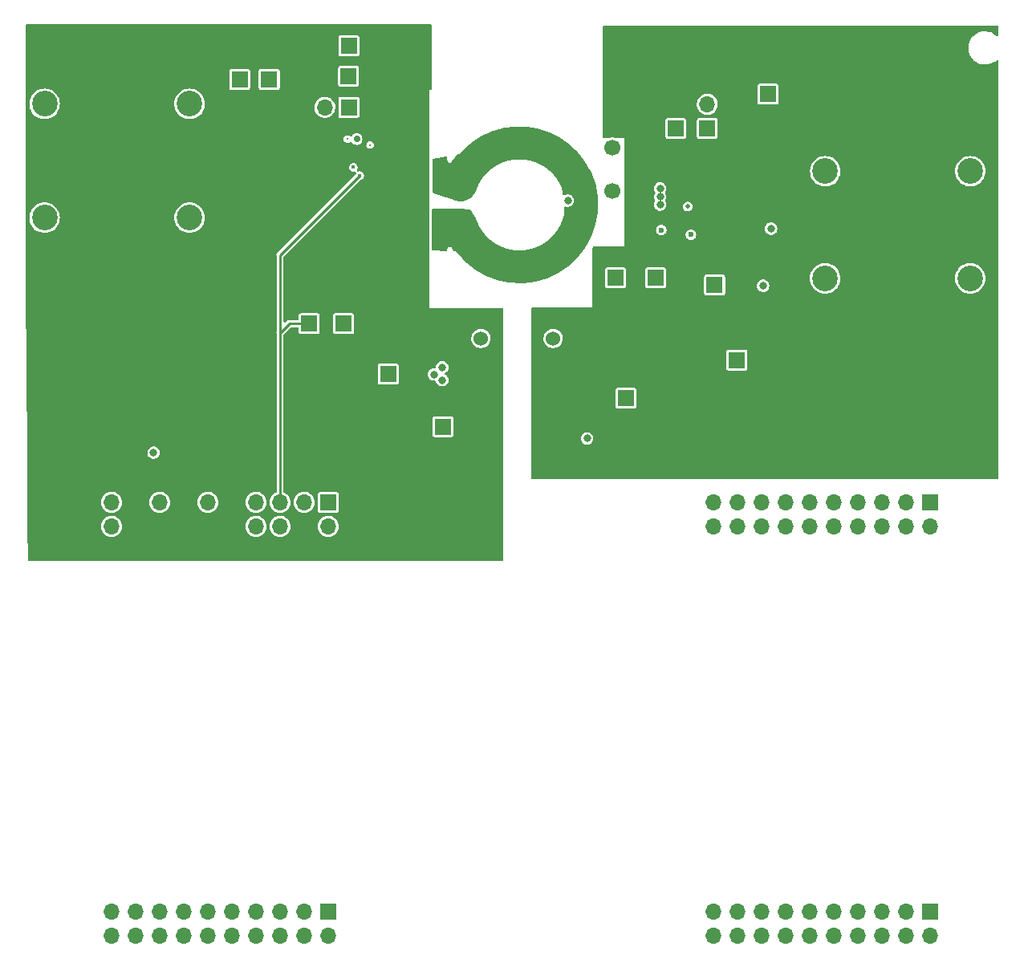
<source format=gbr>
%TF.GenerationSoftware,KiCad,Pcbnew,(6.0.1)*%
%TF.CreationDate,2023-08-02T16:38:55-05:00*%
%TF.ProjectId,board_v5,626f6172-645f-4763-952e-6b696361645f,rev?*%
%TF.SameCoordinates,Original*%
%TF.FileFunction,Copper,L3,Inr*%
%TF.FilePolarity,Positive*%
%FSLAX46Y46*%
G04 Gerber Fmt 4.6, Leading zero omitted, Abs format (unit mm)*
G04 Created by KiCad (PCBNEW (6.0.1)) date 2023-08-02 16:38:55*
%MOMM*%
%LPD*%
G01*
G04 APERTURE LIST*
%TA.AperFunction,ComponentPad*%
%ADD10R,1.700000X1.700000*%
%TD*%
%TA.AperFunction,ComponentPad*%
%ADD11O,1.700000X1.700000*%
%TD*%
%TA.AperFunction,ComponentPad*%
%ADD12C,1.524000*%
%TD*%
%TA.AperFunction,ComponentPad*%
%ADD13C,2.700000*%
%TD*%
%TA.AperFunction,ComponentPad*%
%ADD14C,1.700000*%
%TD*%
%TA.AperFunction,ViaPad*%
%ADD15C,0.600000*%
%TD*%
%TA.AperFunction,ViaPad*%
%ADD16C,0.800000*%
%TD*%
%TA.AperFunction,ViaPad*%
%ADD17C,0.400000*%
%TD*%
%TA.AperFunction,ViaPad*%
%ADD18C,0.500000*%
%TD*%
%TA.AperFunction,ViaPad*%
%ADD19C,0.300000*%
%TD*%
%TA.AperFunction,ViaPad*%
%ADD20C,0.700000*%
%TD*%
%TA.AperFunction,Conductor*%
%ADD21C,3.500000*%
%TD*%
%TA.AperFunction,Conductor*%
%ADD22C,2.500000*%
%TD*%
%TA.AperFunction,Conductor*%
%ADD23C,0.250000*%
%TD*%
G04 APERTURE END LIST*
D10*
%TO.N,/i_in+*%
%TO.C,Vpv*%
X117725000Y-41350000D03*
D11*
%TO.N,GND*%
X117725000Y-38810000D03*
%TD*%
D10*
%TO.N,/q_p*%
%TO.C,qp*%
X125075000Y-67150000D03*
D11*
%TO.N,GND*%
X125075000Y-69690000D03*
%TD*%
D10*
%TO.N,/p_g_l*%
%TO.C,Vgl*%
X129225000Y-41052499D03*
D11*
%TO.N,GND*%
X126685000Y-41052499D03*
%TD*%
D10*
%TO.N,/5v_sec*%
%TO.C,5V S*%
X158474999Y-75000001D03*
D11*
%TO.N,GND1*%
X155934999Y-75000001D03*
%TD*%
D10*
%TO.N,+5V*%
%TO.C,J7*%
X139174999Y-78000001D03*
D11*
%TO.N,GND*%
X136634999Y-78000001D03*
%TD*%
D12*
%TO.N,GND1*%
%TO.C,U9*%
X150810000Y-76310000D03*
%TO.N,/5v_sec*%
X150810000Y-68690000D03*
%TO.N,/5v_iso*%
X143190000Y-68690000D03*
%TO.N,GND*%
X143190000Y-73770000D03*
%TD*%
D10*
%TO.N,/s_g_h*%
%TO.C,Vgh*%
X167070000Y-46530000D03*
D11*
%TO.N,/x_s*%
X167070000Y-43990000D03*
%TD*%
D10*
%TO.N,/q_s*%
%TO.C,qs*%
X167840000Y-63055000D03*
D11*
%TO.N,GND1*%
X167840000Y-65595000D03*
%TD*%
D10*
%TO.N,unconnected-(J4-Pada1)*%
%TO.C,J4*%
X127075000Y-85995000D03*
D11*
%TO.N,unconnected-(J4-Pada2)*%
X124535000Y-85995000D03*
%TO.N,/q_p*%
X121995000Y-85995000D03*
%TO.N,/~{q_p}*%
X119455000Y-85995000D03*
%TO.N,GND*%
X116915000Y-85995000D03*
%TO.N,/V_in_low*%
X114375000Y-85995000D03*
%TO.N,GND*%
X111835000Y-85995000D03*
%TO.N,/V_i_sense*%
X109295000Y-85995000D03*
%TO.N,GND*%
X106755000Y-85995000D03*
%TO.N,unconnected-(J4-Pada10)*%
X104215000Y-85995000D03*
%TO.N,+5V*%
X127075000Y-88535000D03*
%TO.N,GND*%
X124535000Y-88535000D03*
%TO.N,unconnected-(J4-Padb3)*%
X121995000Y-88535000D03*
%TO.N,unconnected-(J4-Padb4)*%
X119455000Y-88535000D03*
%TO.N,GND*%
X116915000Y-88535000D03*
X114375000Y-88535000D03*
X111835000Y-88535000D03*
X109295000Y-88535000D03*
X106755000Y-88535000D03*
%TO.N,unconnected-(J4-Padb10)*%
X104215000Y-88535000D03*
%TD*%
D10*
%TO.N,P_SW*%
%TO.C,Vsw*%
X129250000Y-37794999D03*
D11*
%TO.N,GND*%
X126710000Y-37794999D03*
%TD*%
D13*
%TO.N,Net-(J10-Pad1)*%
%TO.C,J10*%
X179500000Y-62350000D03*
X194800000Y-62350000D03*
%TD*%
D14*
%TO.N,Net-(C10-Pad2)*%
%TO.C,REF\u002A\u002A*%
X157050000Y-48610000D03*
%TD*%
D10*
%TO.N,V_IN*%
%TO.C,Vin*%
X120850000Y-41350000D03*
D11*
%TO.N,GND*%
X120850000Y-38810000D03*
%TD*%
D13*
%TO.N,/i_in+*%
%TO.C,J2*%
X97150000Y-55950000D03*
X112450000Y-55950000D03*
%TD*%
D10*
%TO.N,/q_s_iso*%
%TO.C,TP10*%
X170200000Y-70975000D03*
D11*
%TO.N,GND1*%
X170200000Y-73515000D03*
%TD*%
D10*
%TO.N,/s_g_l*%
%TO.C,Vgl*%
X161630000Y-62300000D03*
D11*
%TO.N,GND1*%
X161630000Y-64840000D03*
%TD*%
D10*
%TO.N,unconnected-(J6-Pada1)*%
%TO.C,J6*%
X127075000Y-129195000D03*
D11*
%TO.N,unconnected-(J6-Pada2)*%
X124535000Y-129195000D03*
%TO.N,unconnected-(J6-Pada3)*%
X121995000Y-129195000D03*
%TO.N,unconnected-(J6-Pada4)*%
X119455000Y-129195000D03*
%TO.N,unconnected-(J6-Pada5)*%
X116915000Y-129195000D03*
%TO.N,unconnected-(J6-Pada6)*%
X114375000Y-129195000D03*
%TO.N,unconnected-(J6-Pada7)*%
X111835000Y-129195000D03*
%TO.N,unconnected-(J6-Pada8)*%
X109295000Y-129195000D03*
%TO.N,unconnected-(J6-Pada9)*%
X106755000Y-129195000D03*
%TO.N,unconnected-(J6-Pada10)*%
X104215000Y-129195000D03*
%TO.N,GND*%
X127075000Y-131735000D03*
%TO.N,unconnected-(J6-Padb2)*%
X124535000Y-131735000D03*
%TO.N,unconnected-(J6-Padb3)*%
X121995000Y-131735000D03*
%TO.N,unconnected-(J6-Padb4)*%
X119455000Y-131735000D03*
%TO.N,unconnected-(J6-Padb5)*%
X116915000Y-131735000D03*
%TO.N,unconnected-(J6-Padb6)*%
X114375000Y-131735000D03*
%TO.N,unconnected-(J6-Padb7)*%
X111835000Y-131735000D03*
%TO.N,unconnected-(J6-Padb8)*%
X109295000Y-131735000D03*
%TO.N,unconnected-(J6-Padb9)*%
X106755000Y-131735000D03*
%TO.N,unconnected-(J6-Padb10)*%
X104215000Y-131735000D03*
%TD*%
D13*
%TO.N,V_IN*%
%TO.C,J1*%
X97150000Y-43950000D03*
X112450000Y-43950000D03*
%TD*%
D10*
%TO.N,V_OUT*%
%TO.C,Vout*%
X173482000Y-42926000D03*
D11*
%TO.N,GND1*%
X173482000Y-40386000D03*
%TD*%
D10*
%TO.N,/p_g_h*%
%TO.C,Vgh*%
X129250000Y-44310000D03*
D11*
%TO.N,P_SW*%
X126710000Y-44310000D03*
%TD*%
D10*
%TO.N,unconnected-(J3-Pada1)*%
%TO.C,J3*%
X190575000Y-85995000D03*
D11*
%TO.N,unconnected-(J3-Pada2)*%
X188035000Y-85995000D03*
%TO.N,unconnected-(J3-Pada3)*%
X185495000Y-85995000D03*
%TO.N,unconnected-(J3-Pada4)*%
X182955000Y-85995000D03*
%TO.N,GND*%
X180415000Y-85995000D03*
%TO.N,unconnected-(J3-Pada6)*%
X177875000Y-85995000D03*
%TO.N,GND*%
X175335000Y-85995000D03*
%TO.N,/Vout_low*%
X172795000Y-85995000D03*
%TO.N,GND*%
X170255000Y-85995000D03*
%TO.N,unconnected-(J3-Pada10)*%
X167715000Y-85995000D03*
%TO.N,+5V*%
X190575000Y-88535000D03*
%TO.N,GND*%
X188035000Y-88535000D03*
%TO.N,unconnected-(J3-Padb3)*%
X185495000Y-88535000D03*
%TO.N,unconnected-(J3-Padb4)*%
X182955000Y-88535000D03*
%TO.N,GND*%
X180415000Y-88535000D03*
X177875000Y-88535000D03*
X175335000Y-88535000D03*
X172795000Y-88535000D03*
X170255000Y-88535000D03*
%TO.N,unconnected-(J3-Padb10)*%
X167715000Y-88535000D03*
%TD*%
D10*
%TO.N,/5V_primary*%
%TO.C,5V P*%
X133400000Y-72425000D03*
D11*
%TO.N,GND*%
X133400000Y-74965000D03*
%TD*%
D10*
%TO.N,unconnected-(J5-Pada1)*%
%TO.C,J5*%
X190570000Y-129190000D03*
D11*
%TO.N,unconnected-(J5-Pada2)*%
X188030000Y-129190000D03*
%TO.N,unconnected-(J5-Pada3)*%
X185490000Y-129190000D03*
%TO.N,unconnected-(J5-Pada4)*%
X182950000Y-129190000D03*
%TO.N,/~{q_s}*%
X180410000Y-129190000D03*
%TO.N,/q_s_mcu*%
X177870000Y-129190000D03*
%TO.N,unconnected-(J5-Pada7)*%
X175330000Y-129190000D03*
%TO.N,unconnected-(J5-Pada8)*%
X172790000Y-129190000D03*
%TO.N,unconnected-(J5-Pada9)*%
X170250000Y-129190000D03*
%TO.N,unconnected-(J5-Pada10)*%
X167710000Y-129190000D03*
%TO.N,GND*%
X190570000Y-131730000D03*
%TO.N,unconnected-(J5-Padb2)*%
X188030000Y-131730000D03*
%TO.N,unconnected-(J5-Padb3)*%
X185490000Y-131730000D03*
%TO.N,unconnected-(J5-Padb4)*%
X182950000Y-131730000D03*
%TO.N,unconnected-(J5-Padb5)*%
X180410000Y-131730000D03*
%TO.N,unconnected-(J5-Padb6)*%
X177870000Y-131730000D03*
%TO.N,unconnected-(J5-Padb7)*%
X175330000Y-131730000D03*
%TO.N,unconnected-(J5-Padb8)*%
X172790000Y-131730000D03*
%TO.N,unconnected-(J5-Padb9)*%
X170250000Y-131730000D03*
%TO.N,unconnected-(J5-Padb10)*%
X167710000Y-131730000D03*
%TD*%
D13*
%TO.N,V_OUT*%
%TO.C,J8*%
X194818000Y-51054000D03*
X179518000Y-51054000D03*
%TD*%
D14*
%TO.N,S_SW*%
%TO.C,REF\u002A\u002A*%
X157050000Y-53150000D03*
%TD*%
D10*
%TO.N,/x_s*%
%TO.C,Vsw*%
X157400000Y-62300000D03*
D11*
%TO.N,GND1*%
X157400000Y-64840000D03*
%TD*%
D13*
%TO.N,GND*%
%TO.C,J9*%
X97150000Y-67800000D03*
X112450000Y-67800000D03*
%TD*%
D10*
%TO.N,P_SW*%
%TO.C,Vc*%
X128700000Y-67150000D03*
D11*
%TO.N,GND*%
X128700000Y-69690000D03*
%TD*%
D10*
%TO.N,Net-(C10-Pad2)*%
%TO.C,Vc*%
X163750000Y-46530000D03*
D11*
%TO.N,GND1*%
X163750000Y-43990000D03*
%TD*%
D15*
%TO.N,GND*%
X132845000Y-43295000D03*
X114600000Y-71200000D03*
X116450000Y-74725000D03*
X132900000Y-64430000D03*
X136700000Y-65155000D03*
X137400000Y-45620000D03*
X114600000Y-64900000D03*
X137400000Y-44020000D03*
X118000000Y-62100000D03*
D16*
X137025000Y-38295000D03*
D15*
X135125000Y-44020000D03*
X109950000Y-78700000D03*
X132900000Y-65880000D03*
X118000000Y-69100000D03*
X113467778Y-77182225D03*
X113995989Y-74505934D03*
X116455000Y-76110000D03*
X134350000Y-43295000D03*
X116450000Y-65625000D03*
X118000000Y-63500000D03*
X116450000Y-58625000D03*
X116450000Y-60025000D03*
X116455000Y-75410000D03*
X114600000Y-62800000D03*
X118005000Y-76785000D03*
X118005000Y-76085000D03*
X118000000Y-66300000D03*
X134350000Y-45620000D03*
X118000000Y-71200000D03*
X111500000Y-79150000D03*
X118000000Y-71900000D03*
X135925000Y-65880000D03*
X116450000Y-71925000D03*
X136650000Y-43295000D03*
X135175000Y-64430000D03*
D16*
X134225000Y-36395000D03*
D15*
X118000000Y-74000000D03*
X135175000Y-65155000D03*
X114600000Y-58600000D03*
X135925000Y-65155000D03*
X116450000Y-59325000D03*
X114600000Y-69100000D03*
X118000000Y-64900000D03*
X111442321Y-77073745D03*
D16*
X123060000Y-47000000D03*
D15*
X118005000Y-77485000D03*
X116455000Y-79610000D03*
X118005000Y-81685000D03*
X116450000Y-68425000D03*
D16*
X126150000Y-47000000D03*
D15*
X116450000Y-71225000D03*
X118005000Y-79585000D03*
X135130000Y-44905000D03*
X135875000Y-43295000D03*
D16*
X135175000Y-36395000D03*
X136125000Y-39195000D03*
D15*
X136655000Y-44905000D03*
D16*
X137175000Y-67375000D03*
D15*
X136650000Y-44020000D03*
X133650000Y-65155000D03*
X114047604Y-76588254D03*
X135875000Y-45620000D03*
X118005000Y-80985000D03*
X134425000Y-64430000D03*
X116450000Y-61425000D03*
X134425000Y-65880000D03*
X114600000Y-60700000D03*
X135880000Y-44905000D03*
X118000000Y-59300000D03*
X118000000Y-69800000D03*
X111991946Y-78658058D03*
X116450000Y-70525000D03*
D16*
X134225000Y-39195000D03*
D15*
X136700000Y-64430000D03*
D17*
X130564520Y-49315000D03*
D16*
X137025000Y-37345000D03*
D15*
X137400000Y-43295000D03*
X116450000Y-69125000D03*
X116450000Y-62825000D03*
X134355000Y-44905000D03*
D16*
X137025000Y-36395000D03*
D15*
X116455000Y-78910000D03*
X110950000Y-79650000D03*
X114600000Y-72600000D03*
X133650000Y-64430000D03*
X114600000Y-69800000D03*
X118000000Y-68400000D03*
D16*
X136125000Y-40145000D03*
D15*
X116450000Y-62125000D03*
X137450000Y-65880000D03*
X118005000Y-80285000D03*
X118000000Y-65600000D03*
X135125000Y-45620000D03*
X116455000Y-76810000D03*
X118000000Y-61400000D03*
X134350000Y-44020000D03*
X118005000Y-75385000D03*
X116450000Y-67025000D03*
X135175000Y-65880000D03*
D16*
X122030000Y-47000000D03*
D15*
X118005000Y-78185000D03*
X116450000Y-73325000D03*
X114600000Y-65600000D03*
X118000000Y-67000000D03*
X135925000Y-64430000D03*
X133600000Y-44020000D03*
X116450000Y-64225000D03*
X137450000Y-64430000D03*
X114600000Y-67700000D03*
X137405000Y-44905000D03*
D16*
X137025000Y-39195000D03*
D15*
X115037556Y-75598307D03*
X116455000Y-77510000D03*
X110950379Y-77565685D03*
X135175000Y-64430000D03*
X110458433Y-78057627D03*
X114600000Y-63500000D03*
X112483888Y-78166118D03*
X133650000Y-65880000D03*
X132900000Y-65155000D03*
X112426211Y-76089852D03*
X114490965Y-74010961D03*
X116450000Y-60725000D03*
X114600000Y-73300000D03*
X114600000Y-68400000D03*
X136700000Y-65880000D03*
X112975834Y-77674175D03*
D16*
X135175000Y-40145000D03*
D15*
X116450000Y-67725000D03*
X114600000Y-60000000D03*
X118000000Y-72600000D03*
D16*
X135730000Y-67375000D03*
X136125000Y-37345000D03*
D15*
X116450000Y-63525000D03*
X118000000Y-64200000D03*
X118000000Y-67700000D03*
X114600000Y-71900000D03*
X132845000Y-44020000D03*
X116450000Y-66325000D03*
X116450000Y-72625000D03*
X114600000Y-66300000D03*
X114600000Y-61400000D03*
X135875000Y-44020000D03*
X118000000Y-60000000D03*
X118005000Y-78885000D03*
X118000000Y-60700000D03*
X113006037Y-75495881D03*
X116455000Y-74710000D03*
X137450000Y-65155000D03*
D16*
X136125000Y-36395000D03*
X121000000Y-47000000D03*
D17*
X130064520Y-49535000D03*
D15*
X118005000Y-82385000D03*
X118000000Y-58600000D03*
X114600000Y-59300000D03*
X135125000Y-43295000D03*
D16*
X135175000Y-37345000D03*
D15*
X114542581Y-76093279D03*
X136650000Y-45620000D03*
D16*
X137025000Y-40145000D03*
X134225000Y-37345000D03*
X124090000Y-47000000D03*
D15*
X118000000Y-70500000D03*
X111934267Y-76581802D03*
X115532532Y-75103334D03*
X118000000Y-73300000D03*
D16*
X135175000Y-38295000D03*
X134225000Y-38295000D03*
D15*
X116450000Y-74025000D03*
D17*
X129494520Y-49315000D03*
D15*
X114600000Y-70500000D03*
X116455000Y-78210000D03*
D16*
X134225000Y-40145000D03*
X138500000Y-67375000D03*
D15*
X134425000Y-65155000D03*
X114600000Y-67000000D03*
D16*
X125120000Y-47000000D03*
D15*
X109458054Y-79191943D03*
X114600000Y-62100000D03*
X118000000Y-62800000D03*
X116450000Y-64925000D03*
X118000000Y-74700000D03*
D16*
X136125000Y-38295000D03*
X135175000Y-39195000D03*
D15*
X116450000Y-69825000D03*
X113501014Y-75000906D03*
X114600000Y-64200000D03*
X133600000Y-43295000D03*
D18*
%TO.N,P_SW*%
X138380000Y-49950000D03*
X138925000Y-58850000D03*
X138975000Y-50825000D03*
X138380000Y-53110000D03*
X138350000Y-55329000D03*
X138925000Y-57586000D03*
X138975000Y-50225000D03*
X138380000Y-51214000D03*
X138380000Y-50582000D03*
X138350000Y-57225000D03*
D19*
X129114520Y-47665000D03*
D18*
X138975000Y-51475000D03*
X138350000Y-58489000D03*
X138380000Y-51846000D03*
D19*
X131504520Y-48285000D03*
D18*
X138350000Y-55961000D03*
X138350000Y-59150000D03*
X138380000Y-52478000D03*
X138925000Y-58218000D03*
X138350000Y-56593000D03*
X138350000Y-57857000D03*
D16*
%TO.N,S_SW*%
X152350000Y-54150000D03*
D15*
%TO.N,GND1*%
X159615000Y-47745000D03*
X158895000Y-59850000D03*
D16*
X170225000Y-48925000D03*
X171750000Y-60217500D03*
X188094002Y-59771997D03*
X159725000Y-36550000D03*
D15*
X161140000Y-47745000D03*
X159615000Y-48470000D03*
D16*
X186906501Y-59772003D03*
D15*
X159645000Y-58400000D03*
X158895000Y-59125000D03*
X158865000Y-47745000D03*
D16*
X157825000Y-38400000D03*
D15*
X159645000Y-59850000D03*
X160370000Y-58400000D03*
D16*
X158775000Y-36550000D03*
X160625000Y-36550000D03*
X172125000Y-48925000D03*
X185718994Y-59772003D03*
X157825000Y-36550000D03*
D15*
X161140000Y-47020000D03*
D16*
X154900000Y-71750000D03*
D15*
X160420000Y-59125000D03*
D16*
X159725000Y-38400000D03*
X159725000Y-37500000D03*
X158775000Y-39350000D03*
D15*
X161170000Y-59850000D03*
D16*
X158775000Y-38400000D03*
X175500000Y-61050000D03*
D17*
X166610000Y-55870000D03*
D16*
X158775000Y-40300000D03*
X171850000Y-66700000D03*
X160625000Y-37500000D03*
X160625000Y-40300000D03*
D15*
X159645000Y-59125000D03*
X161170000Y-59125000D03*
D16*
X159725000Y-40300000D03*
X159725000Y-39350000D03*
D17*
X165690000Y-55690000D03*
D15*
X158895000Y-58400000D03*
X160390000Y-47745000D03*
D17*
X166640000Y-56490000D03*
D16*
X170930000Y-54807500D03*
D15*
X158865000Y-48470000D03*
D17*
X165870000Y-56180000D03*
X165360000Y-56710000D03*
D16*
X157825000Y-40300000D03*
X171750000Y-61167500D03*
X173850000Y-54330000D03*
D15*
X159615000Y-47020000D03*
D16*
X169275000Y-48925000D03*
D15*
X160390000Y-47020000D03*
D16*
X156300000Y-71800000D03*
D15*
X160420000Y-59850000D03*
D16*
X160625000Y-38400000D03*
X153550000Y-71750000D03*
D15*
X162830000Y-59010000D03*
D16*
X171175000Y-48925000D03*
D15*
X158865000Y-47020000D03*
X161140000Y-48470000D03*
D16*
X167375000Y-48925000D03*
X157825000Y-37500000D03*
X157825000Y-39350000D03*
X168325000Y-48925000D03*
X160625000Y-39350000D03*
D15*
X160390000Y-48470000D03*
D16*
X158775000Y-37500000D03*
X173500000Y-66700000D03*
%TO.N,+5V*%
X154390000Y-79260000D03*
D17*
%TO.N,Net-(R1-Pad1)*%
X129724520Y-50645000D03*
D16*
%TO.N,V_OUT*%
X162090000Y-52868000D03*
X162090000Y-53768000D03*
X162090000Y-54580000D03*
D17*
%TO.N,/q_p*%
X130394520Y-51505000D03*
D15*
%TO.N,/x_s*%
X162215000Y-57253000D03*
%TO.N,/5v_sec*%
X165340000Y-57740000D03*
D16*
%TO.N,Net-(R17-Pad1)*%
X173800000Y-57107500D03*
D18*
%TO.N,Net-(R6-Pad1)*%
X165000000Y-54786000D03*
D16*
%TO.N,/5V_primary*%
X108650000Y-80750000D03*
X139100000Y-73099998D03*
D20*
X130084520Y-47675000D03*
D16*
X139100001Y-71750000D03*
X138250000Y-72500000D03*
%TO.N,/5v_buck*%
X172950000Y-63150000D03*
%TD*%
D21*
%TO.N,P_SW*%
X153180944Y-51843998D02*
G75*
G03*
X141030945Y-52513998I-5940944J-2766002D01*
G01*
D22*
X154049999Y-56350000D02*
G75*
G03*
X153699999Y-51700000I-6523235J1847176D01*
G01*
D21*
X141080000Y-56810000D02*
G75*
G03*
X153569999Y-56320000I6168270J2200821D01*
G01*
D23*
%TO.N,/q_p*%
X122975000Y-67150000D02*
X125075000Y-67150000D01*
X121995000Y-59904520D02*
X130394520Y-51505000D01*
X121995000Y-85995000D02*
X121995000Y-68130000D01*
X121995000Y-68130000D02*
X122975000Y-67150000D01*
X121995000Y-61845000D02*
X121995000Y-59904520D01*
X121995000Y-68130000D02*
X121995000Y-61845000D01*
%TO.N,/V_i_sense*%
X109350000Y-85940000D02*
X109295000Y-85995000D01*
%TD*%
%TA.AperFunction,Conductor*%
%TO.N,P_SW*%
G36*
X141041897Y-55047735D02*
G01*
X141996401Y-55062838D01*
X142064197Y-55083915D01*
X142102657Y-55124339D01*
X142626673Y-56004019D01*
X142644351Y-56072779D01*
X142629149Y-56128635D01*
X141143548Y-58864026D01*
X140810951Y-59476427D01*
X140760863Y-59526742D01*
X140694702Y-59542171D01*
X140429308Y-59530523D01*
X140362130Y-59507553D01*
X140331604Y-59476892D01*
X140210887Y-59304409D01*
X140158975Y-59230236D01*
X140151035Y-59215556D01*
X140147136Y-59209570D01*
X140142521Y-59198054D01*
X140133852Y-59189181D01*
X140133488Y-59188622D01*
X140119731Y-59171661D01*
X140112650Y-59161064D01*
X140111660Y-59159558D01*
X140107450Y-59153058D01*
X140099588Y-59140920D01*
X140098352Y-59139648D01*
X140098213Y-59139458D01*
X140090019Y-59127195D01*
X140083124Y-59116876D01*
X140072806Y-59109982D01*
X140071118Y-59108294D01*
X140057552Y-59096998D01*
X140055590Y-59095646D01*
X140046942Y-59086747D01*
X140035543Y-59081834D01*
X140035542Y-59081833D01*
X140032401Y-59080479D01*
X140012275Y-59069536D01*
X140009424Y-59067631D01*
X140009422Y-59067630D01*
X139999106Y-59060737D01*
X139986938Y-59058316D01*
X139984745Y-59057408D01*
X139967865Y-59052156D01*
X139965543Y-59051660D01*
X139954148Y-59046748D01*
X139941742Y-59046571D01*
X139941739Y-59046570D01*
X139938306Y-59046521D01*
X139915536Y-59044114D01*
X139912172Y-59043445D01*
X139900000Y-59041024D01*
X139887828Y-59043445D01*
X139885453Y-59043445D01*
X139867860Y-59045051D01*
X139865523Y-59045481D01*
X139853111Y-59045304D01*
X139841579Y-59049889D01*
X139841578Y-59049889D01*
X139838397Y-59051154D01*
X139816428Y-59057647D01*
X139800894Y-59060737D01*
X139790572Y-59067634D01*
X139788379Y-59068542D01*
X139772742Y-59076757D01*
X139770748Y-59078048D01*
X139759212Y-59082635D01*
X139747854Y-59093673D01*
X139730047Y-59108075D01*
X139727195Y-59109980D01*
X139727191Y-59109984D01*
X139716876Y-59116876D01*
X139709983Y-59127192D01*
X139708302Y-59128873D01*
X139697002Y-59142443D01*
X139695649Y-59144407D01*
X139686747Y-59153058D01*
X139681834Y-59164457D01*
X139681833Y-59164458D01*
X139680479Y-59167599D01*
X139669536Y-59187725D01*
X139667631Y-59190576D01*
X139667630Y-59190578D01*
X139660737Y-59200894D01*
X139658316Y-59213062D01*
X139657408Y-59215255D01*
X139652156Y-59232135D01*
X139651660Y-59234457D01*
X139646748Y-59245852D01*
X139646571Y-59258259D01*
X139646360Y-59272995D01*
X139646346Y-59273240D01*
X139646000Y-59274983D01*
X139646000Y-59297299D01*
X139645987Y-59299099D01*
X139645304Y-59346889D01*
X139645981Y-59348593D01*
X139646000Y-59348799D01*
X139646000Y-59364493D01*
X139625998Y-59432614D01*
X139572342Y-59479107D01*
X139514476Y-59490372D01*
X138145473Y-59430287D01*
X138078297Y-59407318D01*
X138034202Y-59351676D01*
X138025000Y-59304409D01*
X138025000Y-55128009D01*
X138045002Y-55059888D01*
X138098658Y-55013395D01*
X138152992Y-55002025D01*
X141041897Y-55047735D01*
G37*
%TD.AperFunction*%
%TD*%
%TA.AperFunction,Conductor*%
%TO.N,P_SW*%
G36*
X154099740Y-52448108D02*
G01*
X154167470Y-52469392D01*
X154212943Y-52523915D01*
X154220658Y-52548127D01*
X154444982Y-53613664D01*
X154581010Y-54259798D01*
X154575471Y-54330578D01*
X154532544Y-54387127D01*
X154519780Y-54395407D01*
X152132905Y-55746469D01*
X152063770Y-55762619D01*
X151996878Y-55738827D01*
X151953469Y-55682647D01*
X151944875Y-55639889D01*
X151931776Y-55102812D01*
X151932016Y-55091389D01*
X151946372Y-54875256D01*
X151970845Y-54808611D01*
X152027464Y-54765776D01*
X152098253Y-54760352D01*
X152107275Y-54763075D01*
X152107293Y-54763008D01*
X152260522Y-54803207D01*
X152344477Y-54804526D01*
X152411319Y-54805576D01*
X152411322Y-54805576D01*
X152418916Y-54805695D01*
X152573332Y-54770329D01*
X152643742Y-54734917D01*
X152708072Y-54702563D01*
X152708075Y-54702561D01*
X152714855Y-54699151D01*
X152720626Y-54694222D01*
X152720629Y-54694220D01*
X152829536Y-54601204D01*
X152829536Y-54601203D01*
X152835314Y-54596269D01*
X152927755Y-54467624D01*
X152986842Y-54320641D01*
X153009162Y-54163807D01*
X153009307Y-54150000D01*
X152990276Y-53992733D01*
X152934280Y-53844546D01*
X152844553Y-53713992D01*
X152726275Y-53608611D01*
X152718889Y-53604700D01*
X152592988Y-53538039D01*
X152592989Y-53538039D01*
X152586274Y-53534484D01*
X152432633Y-53495892D01*
X152425034Y-53495852D01*
X152425033Y-53495852D01*
X152359181Y-53495507D01*
X152274221Y-53495062D01*
X152266841Y-53496834D01*
X152266839Y-53496834D01*
X152127563Y-53530271D01*
X152127560Y-53530272D01*
X152120184Y-53532043D01*
X152007373Y-53590269D01*
X151937667Y-53603738D01*
X151871743Y-53577383D01*
X151830534Y-53519571D01*
X151826813Y-53506647D01*
X151805748Y-53415404D01*
X151783766Y-53320190D01*
X151782878Y-53317489D01*
X151782871Y-53317464D01*
X151769678Y-53277340D01*
X151767136Y-53268544D01*
X151589911Y-52559641D01*
X151592794Y-52488703D01*
X151633572Y-52430585D01*
X151699297Y-52403739D01*
X151714522Y-52403104D01*
X154099740Y-52448108D01*
G37*
%TD.AperFunction*%
%TD*%
%TA.AperFunction,Conductor*%
%TO.N,GND1*%
G36*
X197740121Y-35743002D02*
G01*
X197786614Y-35796658D01*
X197798000Y-35849000D01*
X197798000Y-36697348D01*
X197777998Y-36765469D01*
X197724342Y-36811962D01*
X197654068Y-36822066D01*
X197585667Y-36789123D01*
X197476329Y-36686268D01*
X197472923Y-36683064D01*
X197351640Y-36598927D01*
X197262556Y-36537127D01*
X197262551Y-36537124D01*
X197258718Y-36534465D01*
X197254536Y-36532402D01*
X197254528Y-36532398D01*
X197029090Y-36421225D01*
X197029087Y-36421224D01*
X197024902Y-36419160D01*
X196776611Y-36339681D01*
X196772004Y-36338931D01*
X196772001Y-36338930D01*
X196523911Y-36298526D01*
X196523912Y-36298526D01*
X196519300Y-36297775D01*
X196392873Y-36296120D01*
X196263298Y-36294424D01*
X196263295Y-36294424D01*
X196258621Y-36294363D01*
X196000300Y-36329519D01*
X195750014Y-36402470D01*
X195513260Y-36511616D01*
X195509351Y-36514179D01*
X195299152Y-36651991D01*
X195299147Y-36651995D01*
X195295239Y-36654557D01*
X195197990Y-36741355D01*
X195118881Y-36811962D01*
X195100740Y-36828153D01*
X194934038Y-37028591D01*
X194798793Y-37251468D01*
X194796984Y-37255783D01*
X194796983Y-37255784D01*
X194725186Y-37427000D01*
X194697976Y-37491887D01*
X194633804Y-37744567D01*
X194607685Y-38003957D01*
X194609897Y-38050000D01*
X194620193Y-38264358D01*
X194671053Y-38520050D01*
X194672632Y-38524448D01*
X194672634Y-38524455D01*
X194718279Y-38651585D01*
X194759148Y-38765416D01*
X194882544Y-38995066D01*
X194885334Y-38998803D01*
X194885339Y-38998810D01*
X194967281Y-39108543D01*
X195038528Y-39203954D01*
X195041837Y-39207234D01*
X195041842Y-39207240D01*
X195176580Y-39340807D01*
X195223674Y-39387492D01*
X195227436Y-39390250D01*
X195227439Y-39390253D01*
X195430148Y-39538885D01*
X195433915Y-39541647D01*
X195438046Y-39543821D01*
X195438047Y-39543821D01*
X195660498Y-39660858D01*
X195660504Y-39660860D01*
X195664633Y-39663033D01*
X195669040Y-39664572D01*
X195669047Y-39664575D01*
X195906343Y-39747442D01*
X195910759Y-39748984D01*
X195915352Y-39749856D01*
X196162296Y-39796740D01*
X196162299Y-39796740D01*
X196166885Y-39797611D01*
X196297135Y-39802729D01*
X196422717Y-39807664D01*
X196422723Y-39807664D01*
X196427385Y-39807847D01*
X196519178Y-39797794D01*
X196681884Y-39779975D01*
X196681889Y-39779974D01*
X196686537Y-39779465D01*
X196691061Y-39778274D01*
X196934125Y-39714281D01*
X196934127Y-39714280D01*
X196938648Y-39713090D01*
X197178178Y-39610179D01*
X197293389Y-39538885D01*
X197395894Y-39475453D01*
X197395895Y-39475453D01*
X197399866Y-39472995D01*
X197403429Y-39469978D01*
X197403434Y-39469975D01*
X197590588Y-39311537D01*
X197655504Y-39282788D01*
X197725657Y-39293700D01*
X197778775Y-39340807D01*
X197798000Y-39407704D01*
X197798000Y-83447000D01*
X197777998Y-83515121D01*
X197724342Y-83561614D01*
X197672000Y-83573000D01*
X148651000Y-83573000D01*
X148582879Y-83552998D01*
X148536386Y-83499342D01*
X148525000Y-83447000D01*
X148525000Y-79253096D01*
X153730729Y-79253096D01*
X153748113Y-79410553D01*
X153802553Y-79559319D01*
X153890908Y-79690805D01*
X153896527Y-79695918D01*
X153896528Y-79695919D01*
X153907903Y-79706269D01*
X154008076Y-79797419D01*
X154147293Y-79873008D01*
X154300522Y-79913207D01*
X154384477Y-79914526D01*
X154451319Y-79915576D01*
X154451322Y-79915576D01*
X154458916Y-79915695D01*
X154613332Y-79880329D01*
X154683742Y-79844917D01*
X154748072Y-79812563D01*
X154748075Y-79812561D01*
X154754855Y-79809151D01*
X154760626Y-79804222D01*
X154760629Y-79804220D01*
X154869536Y-79711204D01*
X154869536Y-79711203D01*
X154875314Y-79706269D01*
X154967755Y-79577624D01*
X155026842Y-79430641D01*
X155049162Y-79273807D01*
X155049307Y-79260000D01*
X155030276Y-79102733D01*
X154974280Y-78954546D01*
X154884553Y-78823992D01*
X154766275Y-78718611D01*
X154758889Y-78714700D01*
X154632988Y-78648039D01*
X154632989Y-78648039D01*
X154626274Y-78644484D01*
X154472633Y-78605892D01*
X154465034Y-78605852D01*
X154465033Y-78605852D01*
X154399181Y-78605507D01*
X154314221Y-78605062D01*
X154306841Y-78606834D01*
X154306839Y-78606834D01*
X154167563Y-78640271D01*
X154167560Y-78640272D01*
X154160184Y-78642043D01*
X154019414Y-78714700D01*
X153900039Y-78818838D01*
X153808950Y-78948444D01*
X153751406Y-79096037D01*
X153730729Y-79253096D01*
X148525000Y-79253096D01*
X148525000Y-74124934D01*
X157370499Y-74124934D01*
X157370500Y-75875067D01*
X157385265Y-75949302D01*
X157441515Y-76033485D01*
X157525698Y-76089735D01*
X157599932Y-76104501D01*
X158474857Y-76104501D01*
X159350065Y-76104500D01*
X159385817Y-76097389D01*
X159412125Y-76092157D01*
X159412127Y-76092156D01*
X159424300Y-76089735D01*
X159434620Y-76082840D01*
X159434621Y-76082839D01*
X159498167Y-76040378D01*
X159508483Y-76033485D01*
X159564733Y-75949302D01*
X159579499Y-75875068D01*
X159579498Y-74124935D01*
X159564733Y-74050700D01*
X159508483Y-73966517D01*
X159424300Y-73910267D01*
X159350066Y-73895501D01*
X158475141Y-73895501D01*
X157599933Y-73895502D01*
X157564181Y-73902613D01*
X157537873Y-73907845D01*
X157537871Y-73907846D01*
X157525698Y-73910267D01*
X157515378Y-73917162D01*
X157515377Y-73917163D01*
X157454984Y-73957517D01*
X157441515Y-73966517D01*
X157385265Y-74050700D01*
X157370499Y-74124934D01*
X148525000Y-74124934D01*
X148525000Y-70099933D01*
X169095500Y-70099933D01*
X169095501Y-71850066D01*
X169110266Y-71924301D01*
X169166516Y-72008484D01*
X169250699Y-72064734D01*
X169324933Y-72079500D01*
X170199858Y-72079500D01*
X171075066Y-72079499D01*
X171110818Y-72072388D01*
X171137126Y-72067156D01*
X171137128Y-72067155D01*
X171149301Y-72064734D01*
X171159621Y-72057839D01*
X171159622Y-72057838D01*
X171223168Y-72015377D01*
X171233484Y-72008484D01*
X171289734Y-71924301D01*
X171304500Y-71850067D01*
X171304499Y-70099934D01*
X171289734Y-70025699D01*
X171233484Y-69941516D01*
X171149301Y-69885266D01*
X171075067Y-69870500D01*
X170200142Y-69870500D01*
X169324934Y-69870501D01*
X169289182Y-69877612D01*
X169262874Y-69882844D01*
X169262872Y-69882845D01*
X169250699Y-69885266D01*
X169240379Y-69892161D01*
X169240378Y-69892162D01*
X169179985Y-69932516D01*
X169166516Y-69941516D01*
X169110266Y-70025699D01*
X169095500Y-70099933D01*
X148525000Y-70099933D01*
X148525000Y-68675739D01*
X149788682Y-68675739D01*
X149805362Y-68874386D01*
X149860310Y-69066009D01*
X149951430Y-69243311D01*
X150075253Y-69399537D01*
X150227063Y-69528737D01*
X150232441Y-69531743D01*
X150232443Y-69531744D01*
X150274397Y-69555191D01*
X150401076Y-69625989D01*
X150406935Y-69627893D01*
X150406938Y-69627894D01*
X150442701Y-69639514D01*
X150590665Y-69687591D01*
X150596775Y-69688320D01*
X150596777Y-69688320D01*
X150664314Y-69696373D01*
X150788609Y-69711194D01*
X150794744Y-69710722D01*
X150794746Y-69710722D01*
X150981226Y-69696373D01*
X150981231Y-69696372D01*
X150987367Y-69695900D01*
X150993297Y-69694244D01*
X150993299Y-69694244D01*
X151083368Y-69669096D01*
X151179370Y-69642292D01*
X151184870Y-69639514D01*
X151351802Y-69555191D01*
X151351804Y-69555190D01*
X151357303Y-69552412D01*
X151514390Y-69429682D01*
X151536962Y-69403532D01*
X151640618Y-69283446D01*
X151640619Y-69283444D01*
X151644647Y-69278778D01*
X151743112Y-69105448D01*
X151806035Y-68916294D01*
X151812105Y-68868247D01*
X151830578Y-68722023D01*
X151830579Y-68722013D01*
X151831020Y-68718520D01*
X151831418Y-68690000D01*
X151811965Y-68491606D01*
X151810184Y-68485707D01*
X151810183Y-68485702D01*
X151756129Y-68306667D01*
X151754348Y-68300768D01*
X151660761Y-68124756D01*
X151656871Y-68119986D01*
X151656868Y-68119982D01*
X151538663Y-67975049D01*
X151538660Y-67975046D01*
X151534768Y-67970274D01*
X151381170Y-67843206D01*
X151205815Y-67748392D01*
X151015385Y-67689444D01*
X151009260Y-67688800D01*
X151009259Y-67688800D01*
X150823260Y-67669251D01*
X150823258Y-67669251D01*
X150817131Y-67668607D01*
X150694252Y-67679790D01*
X150624746Y-67686115D01*
X150624745Y-67686115D01*
X150618605Y-67686674D01*
X150612691Y-67688415D01*
X150612689Y-67688415D01*
X150482539Y-67726721D01*
X150427370Y-67742958D01*
X150250709Y-67835314D01*
X150245909Y-67839174D01*
X150245908Y-67839174D01*
X150240893Y-67843206D01*
X150095351Y-67960225D01*
X149967214Y-68112933D01*
X149871179Y-68287621D01*
X149810902Y-68477635D01*
X149788682Y-68675739D01*
X148525000Y-68675739D01*
X148525000Y-65526000D01*
X148545002Y-65457879D01*
X148598658Y-65411386D01*
X148651000Y-65400000D01*
X154955000Y-65400000D01*
X154955000Y-61424933D01*
X156295500Y-61424933D01*
X156295501Y-63175066D01*
X156310266Y-63249301D01*
X156317161Y-63259620D01*
X156317162Y-63259622D01*
X156352906Y-63313115D01*
X156366516Y-63333484D01*
X156450699Y-63389734D01*
X156524933Y-63404500D01*
X157399858Y-63404500D01*
X158275066Y-63404499D01*
X158310818Y-63397388D01*
X158337126Y-63392156D01*
X158337128Y-63392155D01*
X158349301Y-63389734D01*
X158359621Y-63382839D01*
X158359622Y-63382838D01*
X158423168Y-63340377D01*
X158433484Y-63333484D01*
X158489734Y-63249301D01*
X158504500Y-63175067D01*
X158504499Y-61424934D01*
X158504499Y-61424933D01*
X160525500Y-61424933D01*
X160525501Y-63175066D01*
X160540266Y-63249301D01*
X160547161Y-63259620D01*
X160547162Y-63259622D01*
X160582906Y-63313115D01*
X160596516Y-63333484D01*
X160680699Y-63389734D01*
X160754933Y-63404500D01*
X161629858Y-63404500D01*
X162505066Y-63404499D01*
X162540818Y-63397388D01*
X162567126Y-63392156D01*
X162567128Y-63392155D01*
X162579301Y-63389734D01*
X162589621Y-63382839D01*
X162589622Y-63382838D01*
X162653168Y-63340377D01*
X162663484Y-63333484D01*
X162719734Y-63249301D01*
X162734500Y-63175067D01*
X162734499Y-62179933D01*
X166735500Y-62179933D01*
X166735501Y-63930066D01*
X166750266Y-64004301D01*
X166806516Y-64088484D01*
X166890699Y-64144734D01*
X166964933Y-64159500D01*
X167839858Y-64159500D01*
X168715066Y-64159499D01*
X168750818Y-64152388D01*
X168777126Y-64147156D01*
X168777128Y-64147155D01*
X168789301Y-64144734D01*
X168799621Y-64137839D01*
X168799622Y-64137838D01*
X168863168Y-64095377D01*
X168873484Y-64088484D01*
X168929734Y-64004301D01*
X168944500Y-63930067D01*
X168944500Y-63143096D01*
X172290729Y-63143096D01*
X172294929Y-63181135D01*
X172307147Y-63291800D01*
X172308113Y-63300553D01*
X172310723Y-63307684D01*
X172310723Y-63307686D01*
X172352455Y-63421724D01*
X172362553Y-63449319D01*
X172366789Y-63455622D01*
X172366789Y-63455623D01*
X172390746Y-63491274D01*
X172450908Y-63580805D01*
X172456527Y-63585918D01*
X172456528Y-63585919D01*
X172562460Y-63682309D01*
X172568076Y-63687419D01*
X172707293Y-63763008D01*
X172860522Y-63803207D01*
X172944477Y-63804526D01*
X173011319Y-63805576D01*
X173011322Y-63805576D01*
X173018916Y-63805695D01*
X173173332Y-63770329D01*
X173243742Y-63734917D01*
X173308072Y-63702563D01*
X173308075Y-63702561D01*
X173314855Y-63699151D01*
X173320626Y-63694222D01*
X173320629Y-63694220D01*
X173429536Y-63601204D01*
X173429536Y-63601203D01*
X173435314Y-63596269D01*
X173527755Y-63467624D01*
X173586842Y-63320641D01*
X173608440Y-63168880D01*
X173608581Y-63167891D01*
X173608581Y-63167888D01*
X173609162Y-63163807D01*
X173609307Y-63150000D01*
X173590276Y-62992733D01*
X173534280Y-62844546D01*
X173525814Y-62832228D01*
X173448855Y-62720251D01*
X173448854Y-62720249D01*
X173444553Y-62713992D01*
X173326275Y-62608611D01*
X173318889Y-62604700D01*
X173192988Y-62538039D01*
X173192989Y-62538039D01*
X173186274Y-62534484D01*
X173032633Y-62495892D01*
X173025034Y-62495852D01*
X173025033Y-62495852D01*
X172959181Y-62495507D01*
X172874221Y-62495062D01*
X172866841Y-62496834D01*
X172866839Y-62496834D01*
X172727563Y-62530271D01*
X172727560Y-62530272D01*
X172720184Y-62532043D01*
X172579414Y-62604700D01*
X172460039Y-62708838D01*
X172368950Y-62838444D01*
X172311406Y-62986037D01*
X172310414Y-62993570D01*
X172310414Y-62993571D01*
X172298391Y-63084900D01*
X172290729Y-63143096D01*
X168944500Y-63143096D01*
X168944499Y-62350000D01*
X177890539Y-62350000D01*
X177910354Y-62601775D01*
X177911508Y-62606582D01*
X177911509Y-62606588D01*
X177938798Y-62720251D01*
X177969312Y-62847351D01*
X177971205Y-62851922D01*
X177971206Y-62851924D01*
X178031069Y-62996445D01*
X178065960Y-63080680D01*
X178197919Y-63296017D01*
X178361939Y-63488061D01*
X178553983Y-63652081D01*
X178769320Y-63784040D01*
X178773890Y-63785933D01*
X178773894Y-63785935D01*
X178998076Y-63878794D01*
X179002649Y-63880688D01*
X179088865Y-63901387D01*
X179243412Y-63938491D01*
X179243418Y-63938492D01*
X179248225Y-63939646D01*
X179500000Y-63959461D01*
X179751775Y-63939646D01*
X179756582Y-63938492D01*
X179756588Y-63938491D01*
X179911135Y-63901387D01*
X179997351Y-63880688D01*
X180001924Y-63878794D01*
X180226106Y-63785935D01*
X180226110Y-63785933D01*
X180230680Y-63784040D01*
X180446017Y-63652081D01*
X180638061Y-63488061D01*
X180802081Y-63296017D01*
X180934040Y-63080680D01*
X180968932Y-62996445D01*
X181028794Y-62851924D01*
X181028795Y-62851922D01*
X181030688Y-62847351D01*
X181061202Y-62720251D01*
X181088491Y-62606588D01*
X181088492Y-62606582D01*
X181089646Y-62601775D01*
X181109461Y-62350000D01*
X193190539Y-62350000D01*
X193210354Y-62601775D01*
X193211508Y-62606582D01*
X193211509Y-62606588D01*
X193238798Y-62720251D01*
X193269312Y-62847351D01*
X193271205Y-62851922D01*
X193271206Y-62851924D01*
X193331069Y-62996445D01*
X193365960Y-63080680D01*
X193497919Y-63296017D01*
X193661939Y-63488061D01*
X193853983Y-63652081D01*
X194069320Y-63784040D01*
X194073890Y-63785933D01*
X194073894Y-63785935D01*
X194298076Y-63878794D01*
X194302649Y-63880688D01*
X194388865Y-63901387D01*
X194543412Y-63938491D01*
X194543418Y-63938492D01*
X194548225Y-63939646D01*
X194800000Y-63959461D01*
X195051775Y-63939646D01*
X195056582Y-63938492D01*
X195056588Y-63938491D01*
X195211135Y-63901387D01*
X195297351Y-63880688D01*
X195301924Y-63878794D01*
X195526106Y-63785935D01*
X195526110Y-63785933D01*
X195530680Y-63784040D01*
X195746017Y-63652081D01*
X195938061Y-63488061D01*
X196102081Y-63296017D01*
X196234040Y-63080680D01*
X196268932Y-62996445D01*
X196328794Y-62851924D01*
X196328795Y-62851922D01*
X196330688Y-62847351D01*
X196361202Y-62720251D01*
X196388491Y-62606588D01*
X196388492Y-62606582D01*
X196389646Y-62601775D01*
X196409461Y-62350000D01*
X196389646Y-62098225D01*
X196388492Y-62093418D01*
X196388491Y-62093412D01*
X196331843Y-61857461D01*
X196330688Y-61852649D01*
X196234040Y-61619320D01*
X196102081Y-61403983D01*
X195938061Y-61211939D01*
X195746017Y-61047919D01*
X195530680Y-60915960D01*
X195526110Y-60914067D01*
X195526106Y-60914065D01*
X195301924Y-60821206D01*
X195301922Y-60821205D01*
X195297351Y-60819312D01*
X195177829Y-60790617D01*
X195056588Y-60761509D01*
X195056582Y-60761508D01*
X195051775Y-60760354D01*
X194800000Y-60740539D01*
X194548225Y-60760354D01*
X194543418Y-60761508D01*
X194543412Y-60761509D01*
X194422171Y-60790617D01*
X194302649Y-60819312D01*
X194298078Y-60821205D01*
X194298076Y-60821206D01*
X194073894Y-60914065D01*
X194073890Y-60914067D01*
X194069320Y-60915960D01*
X193853983Y-61047919D01*
X193661939Y-61211939D01*
X193497919Y-61403983D01*
X193365960Y-61619320D01*
X193269312Y-61852649D01*
X193268157Y-61857461D01*
X193211509Y-62093412D01*
X193211508Y-62093418D01*
X193210354Y-62098225D01*
X193190539Y-62350000D01*
X181109461Y-62350000D01*
X181089646Y-62098225D01*
X181088492Y-62093418D01*
X181088491Y-62093412D01*
X181031843Y-61857461D01*
X181030688Y-61852649D01*
X180934040Y-61619320D01*
X180802081Y-61403983D01*
X180638061Y-61211939D01*
X180446017Y-61047919D01*
X180230680Y-60915960D01*
X180226110Y-60914067D01*
X180226106Y-60914065D01*
X180001924Y-60821206D01*
X180001922Y-60821205D01*
X179997351Y-60819312D01*
X179877829Y-60790617D01*
X179756588Y-60761509D01*
X179756582Y-60761508D01*
X179751775Y-60760354D01*
X179500000Y-60740539D01*
X179248225Y-60760354D01*
X179243418Y-60761508D01*
X179243412Y-60761509D01*
X179122171Y-60790617D01*
X179002649Y-60819312D01*
X178998078Y-60821205D01*
X178998076Y-60821206D01*
X178773894Y-60914065D01*
X178773890Y-60914067D01*
X178769320Y-60915960D01*
X178553983Y-61047919D01*
X178361939Y-61211939D01*
X178197919Y-61403983D01*
X178065960Y-61619320D01*
X177969312Y-61852649D01*
X177968157Y-61857461D01*
X177911509Y-62093412D01*
X177911508Y-62093418D01*
X177910354Y-62098225D01*
X177890539Y-62350000D01*
X168944499Y-62350000D01*
X168944499Y-62179934D01*
X168929734Y-62105699D01*
X168873484Y-62021516D01*
X168789301Y-61965266D01*
X168715067Y-61950500D01*
X167840142Y-61950500D01*
X166964934Y-61950501D01*
X166929182Y-61957612D01*
X166902874Y-61962844D01*
X166902872Y-61962845D01*
X166890699Y-61965266D01*
X166880379Y-61972161D01*
X166880378Y-61972162D01*
X166819985Y-62012516D01*
X166806516Y-62021516D01*
X166750266Y-62105699D01*
X166735500Y-62179933D01*
X162734499Y-62179933D01*
X162734499Y-61424934D01*
X162719734Y-61350699D01*
X162663484Y-61266516D01*
X162579301Y-61210266D01*
X162505067Y-61195500D01*
X161630142Y-61195500D01*
X160754934Y-61195501D01*
X160719182Y-61202612D01*
X160692874Y-61207844D01*
X160692872Y-61207845D01*
X160680699Y-61210266D01*
X160670379Y-61217161D01*
X160670378Y-61217162D01*
X160659130Y-61224678D01*
X160596516Y-61266516D01*
X160540266Y-61350699D01*
X160525500Y-61424933D01*
X158504499Y-61424933D01*
X158489734Y-61350699D01*
X158433484Y-61266516D01*
X158349301Y-61210266D01*
X158275067Y-61195500D01*
X157400142Y-61195500D01*
X156524934Y-61195501D01*
X156489182Y-61202612D01*
X156462874Y-61207844D01*
X156462872Y-61207845D01*
X156450699Y-61210266D01*
X156440379Y-61217161D01*
X156440378Y-61217162D01*
X156429130Y-61224678D01*
X156366516Y-61266516D01*
X156310266Y-61350699D01*
X156295500Y-61424933D01*
X154955000Y-61424933D01*
X154955000Y-59126000D01*
X154975002Y-59057879D01*
X155028658Y-59011386D01*
X155081000Y-59000000D01*
X158325000Y-59000000D01*
X158325000Y-57253000D01*
X161655715Y-57253000D01*
X161656793Y-57261188D01*
X161659954Y-57285195D01*
X161674772Y-57397754D01*
X161730645Y-57532642D01*
X161819526Y-57648474D01*
X161826076Y-57653500D01*
X161826079Y-57653503D01*
X161928133Y-57731812D01*
X161935357Y-57737355D01*
X162070246Y-57793228D01*
X162215000Y-57812285D01*
X162223188Y-57811207D01*
X162351566Y-57794306D01*
X162359754Y-57793228D01*
X162488257Y-57740000D01*
X164780715Y-57740000D01*
X164781793Y-57748188D01*
X164787723Y-57793228D01*
X164799772Y-57884754D01*
X164855645Y-58019642D01*
X164944526Y-58135474D01*
X164951076Y-58140500D01*
X164951079Y-58140503D01*
X165053804Y-58219327D01*
X165060357Y-58224355D01*
X165195246Y-58280228D01*
X165340000Y-58299285D01*
X165348188Y-58298207D01*
X165476566Y-58281306D01*
X165484754Y-58280228D01*
X165619643Y-58224355D01*
X165626196Y-58219327D01*
X165728921Y-58140503D01*
X165728924Y-58140500D01*
X165735474Y-58135474D01*
X165824355Y-58019642D01*
X165880228Y-57884754D01*
X165892278Y-57793228D01*
X165898207Y-57748188D01*
X165899285Y-57740000D01*
X165887663Y-57651720D01*
X165881306Y-57603432D01*
X165881305Y-57603430D01*
X165880228Y-57595246D01*
X165851137Y-57525014D01*
X165827515Y-57467986D01*
X165827514Y-57467984D01*
X165824355Y-57460358D01*
X165735474Y-57344526D01*
X165728924Y-57339500D01*
X165728921Y-57339497D01*
X165626196Y-57260673D01*
X165626194Y-57260672D01*
X165619643Y-57255645D01*
X165484754Y-57199772D01*
X165340000Y-57180715D01*
X165331812Y-57181793D01*
X165203432Y-57198694D01*
X165203430Y-57198695D01*
X165195246Y-57199772D01*
X165147430Y-57219578D01*
X165067986Y-57252485D01*
X165067984Y-57252486D01*
X165060358Y-57255645D01*
X164944526Y-57344526D01*
X164855645Y-57460358D01*
X164852486Y-57467984D01*
X164852485Y-57467986D01*
X164828863Y-57525014D01*
X164799772Y-57595246D01*
X164798695Y-57603430D01*
X164798694Y-57603432D01*
X164792337Y-57651720D01*
X164780715Y-57740000D01*
X162488257Y-57740000D01*
X162494643Y-57737355D01*
X162501867Y-57731812D01*
X162603921Y-57653503D01*
X162603924Y-57653500D01*
X162610474Y-57648474D01*
X162699355Y-57532642D01*
X162755228Y-57397754D01*
X162770047Y-57285195D01*
X162773207Y-57261188D01*
X162774285Y-57253000D01*
X162767693Y-57202931D01*
X162756306Y-57116432D01*
X162756305Y-57116430D01*
X162755228Y-57108246D01*
X162752059Y-57100596D01*
X173140729Y-57100596D01*
X173149421Y-57179325D01*
X173151679Y-57199772D01*
X173158113Y-57258053D01*
X173160723Y-57265184D01*
X173160723Y-57265186D01*
X173209236Y-57397754D01*
X173212553Y-57406819D01*
X173216789Y-57413122D01*
X173216789Y-57413123D01*
X173253656Y-57467986D01*
X173300908Y-57538305D01*
X173306527Y-57543418D01*
X173306528Y-57543419D01*
X173317903Y-57553769D01*
X173418076Y-57644919D01*
X173557293Y-57720508D01*
X173710522Y-57760707D01*
X173794477Y-57762026D01*
X173861319Y-57763076D01*
X173861322Y-57763076D01*
X173868916Y-57763195D01*
X174023332Y-57727829D01*
X174093742Y-57692417D01*
X174158072Y-57660063D01*
X174158075Y-57660061D01*
X174164855Y-57656651D01*
X174170626Y-57651722D01*
X174170629Y-57651720D01*
X174279536Y-57558704D01*
X174279536Y-57558703D01*
X174285314Y-57553769D01*
X174377755Y-57425124D01*
X174436842Y-57278141D01*
X174442965Y-57235115D01*
X174458581Y-57125391D01*
X174458581Y-57125388D01*
X174459162Y-57121307D01*
X174459307Y-57107500D01*
X174458475Y-57100620D01*
X174442805Y-56971134D01*
X174440276Y-56950233D01*
X174384280Y-56802046D01*
X174322183Y-56711694D01*
X174298855Y-56677751D01*
X174298854Y-56677749D01*
X174294553Y-56671492D01*
X174176275Y-56566111D01*
X174168889Y-56562200D01*
X174042988Y-56495539D01*
X174042989Y-56495539D01*
X174036274Y-56491984D01*
X173882633Y-56453392D01*
X173875034Y-56453352D01*
X173875033Y-56453352D01*
X173809181Y-56453007D01*
X173724221Y-56452562D01*
X173716841Y-56454334D01*
X173716839Y-56454334D01*
X173577563Y-56487771D01*
X173577560Y-56487772D01*
X173570184Y-56489543D01*
X173429414Y-56562200D01*
X173310039Y-56666338D01*
X173218950Y-56795944D01*
X173161406Y-56943537D01*
X173160414Y-56951070D01*
X173160414Y-56951071D01*
X173142457Y-57087471D01*
X173140729Y-57100596D01*
X162752059Y-57100596D01*
X162699355Y-56973358D01*
X162610474Y-56857526D01*
X162603924Y-56852500D01*
X162603921Y-56852497D01*
X162501196Y-56773673D01*
X162501194Y-56773672D01*
X162494643Y-56768645D01*
X162359754Y-56712772D01*
X162215000Y-56693715D01*
X162206812Y-56694793D01*
X162078432Y-56711694D01*
X162078430Y-56711695D01*
X162070246Y-56712772D01*
X162022430Y-56732578D01*
X161942986Y-56765485D01*
X161942984Y-56765486D01*
X161935358Y-56768645D01*
X161819526Y-56857526D01*
X161730645Y-56973358D01*
X161674772Y-57108246D01*
X161673695Y-57116430D01*
X161673694Y-57116432D01*
X161662307Y-57202931D01*
X161655715Y-57253000D01*
X158325000Y-57253000D01*
X158325000Y-54573096D01*
X161430729Y-54573096D01*
X161448113Y-54730553D01*
X161450723Y-54737684D01*
X161450723Y-54737686D01*
X161473727Y-54800546D01*
X161502553Y-54879319D01*
X161506789Y-54885622D01*
X161506789Y-54885623D01*
X161562111Y-54967950D01*
X161590908Y-55010805D01*
X161596527Y-55015918D01*
X161596528Y-55015919D01*
X161702460Y-55112309D01*
X161708076Y-55117419D01*
X161847293Y-55193008D01*
X162000522Y-55233207D01*
X162084477Y-55234526D01*
X162151319Y-55235576D01*
X162151322Y-55235576D01*
X162158916Y-55235695D01*
X162313332Y-55200329D01*
X162383742Y-55164917D01*
X162448072Y-55132563D01*
X162448075Y-55132561D01*
X162454855Y-55129151D01*
X162460626Y-55124222D01*
X162460629Y-55124220D01*
X162569536Y-55031204D01*
X162569536Y-55031203D01*
X162575314Y-55026269D01*
X162667755Y-54897624D01*
X162715131Y-54779773D01*
X164490350Y-54779773D01*
X164491514Y-54788675D01*
X164491514Y-54788678D01*
X164502558Y-54873130D01*
X164509088Y-54923065D01*
X164567289Y-55055339D01*
X164660276Y-55165960D01*
X164667747Y-55170933D01*
X164667748Y-55170934D01*
X164773101Y-55241063D01*
X164773103Y-55241064D01*
X164780574Y-55246037D01*
X164789138Y-55248713D01*
X164789141Y-55248714D01*
X164838776Y-55264221D01*
X164918510Y-55289132D01*
X165062998Y-55291780D01*
X165082530Y-55286455D01*
X165193763Y-55256130D01*
X165193765Y-55256129D01*
X165202422Y-55253769D01*
X165325572Y-55178154D01*
X165422551Y-55071014D01*
X165485560Y-54940962D01*
X165509536Y-54798453D01*
X165509688Y-54786000D01*
X165489201Y-54642948D01*
X165429388Y-54511395D01*
X165423530Y-54504596D01*
X165423527Y-54504592D01*
X165340916Y-54408718D01*
X165340913Y-54408716D01*
X165335056Y-54401918D01*
X165213790Y-54323317D01*
X165196921Y-54318272D01*
X165083938Y-54284482D01*
X165083936Y-54284482D01*
X165075337Y-54281910D01*
X165066363Y-54281855D01*
X165066361Y-54281855D01*
X165003082Y-54281469D01*
X164930827Y-54281028D01*
X164922196Y-54283495D01*
X164922194Y-54283495D01*
X164800509Y-54318272D01*
X164800505Y-54318274D01*
X164791879Y-54320739D01*
X164784292Y-54325526D01*
X164784290Y-54325527D01*
X164677254Y-54393062D01*
X164669661Y-54397853D01*
X164663718Y-54404582D01*
X164663717Y-54404583D01*
X164641029Y-54430273D01*
X164573999Y-54506170D01*
X164512583Y-54636982D01*
X164511203Y-54645846D01*
X164511202Y-54645849D01*
X164492481Y-54766089D01*
X164490350Y-54779773D01*
X162715131Y-54779773D01*
X162726842Y-54750641D01*
X162741756Y-54645849D01*
X162748581Y-54597891D01*
X162748581Y-54597888D01*
X162749162Y-54593807D01*
X162749307Y-54580000D01*
X162730276Y-54422733D01*
X162674280Y-54274546D01*
X162654881Y-54246320D01*
X162632782Y-54178850D01*
X162650668Y-54110144D01*
X162656398Y-54101429D01*
X162663325Y-54091789D01*
X162667755Y-54085624D01*
X162677982Y-54060185D01*
X162724006Y-53945695D01*
X162726842Y-53938641D01*
X162749162Y-53781807D01*
X162749307Y-53768000D01*
X162730276Y-53610733D01*
X162674280Y-53462546D01*
X162637441Y-53408945D01*
X162623968Y-53389341D01*
X162601868Y-53321871D01*
X162619754Y-53253165D01*
X162625479Y-53244458D01*
X162667755Y-53185624D01*
X162726842Y-53038641D01*
X162749162Y-52881807D01*
X162749307Y-52868000D01*
X162730276Y-52710733D01*
X162674280Y-52562546D01*
X162584553Y-52431992D01*
X162466275Y-52326611D01*
X162458889Y-52322700D01*
X162332988Y-52256039D01*
X162332989Y-52256039D01*
X162326274Y-52252484D01*
X162172633Y-52213892D01*
X162165034Y-52213852D01*
X162165033Y-52213852D01*
X162099181Y-52213507D01*
X162014221Y-52213062D01*
X162006841Y-52214834D01*
X162006839Y-52214834D01*
X161867563Y-52248271D01*
X161867560Y-52248272D01*
X161860184Y-52250043D01*
X161719414Y-52322700D01*
X161600039Y-52426838D01*
X161508950Y-52556444D01*
X161451406Y-52704037D01*
X161450414Y-52711570D01*
X161450414Y-52711571D01*
X161445028Y-52752487D01*
X161430729Y-52861096D01*
X161448113Y-53018553D01*
X161450723Y-53025684D01*
X161450723Y-53025686D01*
X161485590Y-53120964D01*
X161502553Y-53167319D01*
X161506788Y-53173622D01*
X161506792Y-53173629D01*
X161556701Y-53247901D01*
X161578094Y-53315598D01*
X161559490Y-53384114D01*
X161555206Y-53390628D01*
X161513322Y-53450222D01*
X161513319Y-53450227D01*
X161508950Y-53456444D01*
X161451406Y-53604037D01*
X161450414Y-53611570D01*
X161450414Y-53611571D01*
X161431856Y-53752536D01*
X161430729Y-53761096D01*
X161448113Y-53918553D01*
X161502553Y-54067319D01*
X161506788Y-54073622D01*
X161506792Y-54073629D01*
X161526471Y-54102914D01*
X161547864Y-54170611D01*
X161529260Y-54239127D01*
X161524975Y-54245643D01*
X161513320Y-54262225D01*
X161513317Y-54262230D01*
X161508950Y-54268444D01*
X161503700Y-54281910D01*
X161454260Y-54408718D01*
X161451406Y-54416037D01*
X161450414Y-54423570D01*
X161450414Y-54423571D01*
X161437696Y-54520178D01*
X161430729Y-54573096D01*
X158325000Y-54573096D01*
X158325000Y-51054000D01*
X177908539Y-51054000D01*
X177928354Y-51305775D01*
X177929508Y-51310582D01*
X177929509Y-51310588D01*
X177966613Y-51465135D01*
X177987312Y-51551351D01*
X178083960Y-51784680D01*
X178215919Y-52000017D01*
X178379939Y-52192061D01*
X178571983Y-52356081D01*
X178787320Y-52488040D01*
X178791890Y-52489933D01*
X178791894Y-52489935D01*
X179016076Y-52582794D01*
X179020649Y-52584688D01*
X179106865Y-52605387D01*
X179261412Y-52642491D01*
X179261418Y-52642492D01*
X179266225Y-52643646D01*
X179518000Y-52663461D01*
X179769775Y-52643646D01*
X179774582Y-52642492D01*
X179774588Y-52642491D01*
X179929135Y-52605387D01*
X180015351Y-52584688D01*
X180019924Y-52582794D01*
X180244106Y-52489935D01*
X180244110Y-52489933D01*
X180248680Y-52488040D01*
X180464017Y-52356081D01*
X180656061Y-52192061D01*
X180820081Y-52000017D01*
X180952040Y-51784680D01*
X181048688Y-51551351D01*
X181069387Y-51465135D01*
X181106491Y-51310588D01*
X181106492Y-51310582D01*
X181107646Y-51305775D01*
X181127461Y-51054000D01*
X193208539Y-51054000D01*
X193228354Y-51305775D01*
X193229508Y-51310582D01*
X193229509Y-51310588D01*
X193266613Y-51465135D01*
X193287312Y-51551351D01*
X193383960Y-51784680D01*
X193515919Y-52000017D01*
X193679939Y-52192061D01*
X193871983Y-52356081D01*
X194087320Y-52488040D01*
X194091890Y-52489933D01*
X194091894Y-52489935D01*
X194316076Y-52582794D01*
X194320649Y-52584688D01*
X194406865Y-52605387D01*
X194561412Y-52642491D01*
X194561418Y-52642492D01*
X194566225Y-52643646D01*
X194818000Y-52663461D01*
X195069775Y-52643646D01*
X195074582Y-52642492D01*
X195074588Y-52642491D01*
X195229135Y-52605387D01*
X195315351Y-52584688D01*
X195319924Y-52582794D01*
X195544106Y-52489935D01*
X195544110Y-52489933D01*
X195548680Y-52488040D01*
X195764017Y-52356081D01*
X195956061Y-52192061D01*
X196120081Y-52000017D01*
X196252040Y-51784680D01*
X196348688Y-51551351D01*
X196369387Y-51465135D01*
X196406491Y-51310588D01*
X196406492Y-51310582D01*
X196407646Y-51305775D01*
X196427461Y-51054000D01*
X196407646Y-50802225D01*
X196406492Y-50797418D01*
X196406491Y-50797412D01*
X196349843Y-50561461D01*
X196348688Y-50556649D01*
X196321493Y-50490994D01*
X196253935Y-50327894D01*
X196253933Y-50327890D01*
X196252040Y-50323320D01*
X196120081Y-50107983D01*
X195956061Y-49915939D01*
X195764017Y-49751919D01*
X195548680Y-49619960D01*
X195544110Y-49618067D01*
X195544106Y-49618065D01*
X195319924Y-49525206D01*
X195319922Y-49525205D01*
X195315351Y-49523312D01*
X195229135Y-49502613D01*
X195074588Y-49465509D01*
X195074582Y-49465508D01*
X195069775Y-49464354D01*
X194818000Y-49444539D01*
X194566225Y-49464354D01*
X194561418Y-49465508D01*
X194561412Y-49465509D01*
X194406865Y-49502613D01*
X194320649Y-49523312D01*
X194316078Y-49525205D01*
X194316076Y-49525206D01*
X194091894Y-49618065D01*
X194091890Y-49618067D01*
X194087320Y-49619960D01*
X193871983Y-49751919D01*
X193679939Y-49915939D01*
X193515919Y-50107983D01*
X193383960Y-50323320D01*
X193382067Y-50327890D01*
X193382065Y-50327894D01*
X193314507Y-50490994D01*
X193287312Y-50556649D01*
X193286157Y-50561461D01*
X193229509Y-50797412D01*
X193229508Y-50797418D01*
X193228354Y-50802225D01*
X193208539Y-51054000D01*
X181127461Y-51054000D01*
X181107646Y-50802225D01*
X181106492Y-50797418D01*
X181106491Y-50797412D01*
X181049843Y-50561461D01*
X181048688Y-50556649D01*
X181021493Y-50490994D01*
X180953935Y-50327894D01*
X180953933Y-50327890D01*
X180952040Y-50323320D01*
X180820081Y-50107983D01*
X180656061Y-49915939D01*
X180464017Y-49751919D01*
X180248680Y-49619960D01*
X180244110Y-49618067D01*
X180244106Y-49618065D01*
X180019924Y-49525206D01*
X180019922Y-49525205D01*
X180015351Y-49523312D01*
X179929135Y-49502613D01*
X179774588Y-49465509D01*
X179774582Y-49465508D01*
X179769775Y-49464354D01*
X179518000Y-49444539D01*
X179266225Y-49464354D01*
X179261418Y-49465508D01*
X179261412Y-49465509D01*
X179106865Y-49502613D01*
X179020649Y-49523312D01*
X179016078Y-49525205D01*
X179016076Y-49525206D01*
X178791894Y-49618065D01*
X178791890Y-49618067D01*
X178787320Y-49619960D01*
X178571983Y-49751919D01*
X178379939Y-49915939D01*
X178215919Y-50107983D01*
X178083960Y-50323320D01*
X178082067Y-50327890D01*
X178082065Y-50327894D01*
X178014507Y-50490994D01*
X177987312Y-50556649D01*
X177986157Y-50561461D01*
X177929509Y-50797412D01*
X177929508Y-50797418D01*
X177928354Y-50802225D01*
X177908539Y-51054000D01*
X158325000Y-51054000D01*
X158325000Y-47575000D01*
X157460817Y-47575000D01*
X157414127Y-47566030D01*
X157370403Y-47548586D01*
X157365039Y-47546446D01*
X157359379Y-47545320D01*
X157359375Y-47545319D01*
X157171613Y-47507971D01*
X157171610Y-47507971D01*
X157165946Y-47506844D01*
X157160171Y-47506768D01*
X157160167Y-47506768D01*
X157058793Y-47505441D01*
X156962971Y-47504187D01*
X156957274Y-47505166D01*
X156957273Y-47505166D01*
X156768607Y-47537585D01*
X156762910Y-47538564D01*
X156718364Y-47554998D01*
X156685256Y-47567212D01*
X156641645Y-47575000D01*
X156131000Y-47575000D01*
X156062879Y-47554998D01*
X156016386Y-47501342D01*
X156005000Y-47449000D01*
X156005000Y-45654933D01*
X162645500Y-45654933D01*
X162645501Y-47405066D01*
X162660266Y-47479301D01*
X162667161Y-47489620D01*
X162667162Y-47489622D01*
X162678619Y-47506768D01*
X162716516Y-47563484D01*
X162800699Y-47619734D01*
X162874933Y-47634500D01*
X163749858Y-47634500D01*
X164625066Y-47634499D01*
X164660818Y-47627388D01*
X164687126Y-47622156D01*
X164687128Y-47622155D01*
X164699301Y-47619734D01*
X164709621Y-47612839D01*
X164709622Y-47612838D01*
X164773168Y-47570377D01*
X164783484Y-47563484D01*
X164823055Y-47504263D01*
X164832839Y-47489620D01*
X164839734Y-47479301D01*
X164854500Y-47405067D01*
X164854499Y-45654934D01*
X164854499Y-45654933D01*
X165965500Y-45654933D01*
X165965501Y-47405066D01*
X165980266Y-47479301D01*
X165987161Y-47489620D01*
X165987162Y-47489622D01*
X165998619Y-47506768D01*
X166036516Y-47563484D01*
X166120699Y-47619734D01*
X166194933Y-47634500D01*
X167069858Y-47634500D01*
X167945066Y-47634499D01*
X167980818Y-47627388D01*
X168007126Y-47622156D01*
X168007128Y-47622155D01*
X168019301Y-47619734D01*
X168029621Y-47612839D01*
X168029622Y-47612838D01*
X168093168Y-47570377D01*
X168103484Y-47563484D01*
X168143055Y-47504263D01*
X168152839Y-47489620D01*
X168159734Y-47479301D01*
X168174500Y-47405067D01*
X168174499Y-45654934D01*
X168159734Y-45580699D01*
X168103484Y-45496516D01*
X168019301Y-45440266D01*
X167945067Y-45425500D01*
X167070142Y-45425500D01*
X166194934Y-45425501D01*
X166159182Y-45432612D01*
X166132874Y-45437844D01*
X166132872Y-45437845D01*
X166120699Y-45440266D01*
X166110379Y-45447161D01*
X166110378Y-45447162D01*
X166049985Y-45487516D01*
X166036516Y-45496516D01*
X165980266Y-45580699D01*
X165965500Y-45654933D01*
X164854499Y-45654933D01*
X164839734Y-45580699D01*
X164783484Y-45496516D01*
X164699301Y-45440266D01*
X164625067Y-45425500D01*
X163750142Y-45425500D01*
X162874934Y-45425501D01*
X162839182Y-45432612D01*
X162812874Y-45437844D01*
X162812872Y-45437845D01*
X162800699Y-45440266D01*
X162790379Y-45447161D01*
X162790378Y-45447162D01*
X162729985Y-45487516D01*
X162716516Y-45496516D01*
X162660266Y-45580699D01*
X162645500Y-45654933D01*
X156005000Y-45654933D01*
X156005000Y-43960964D01*
X165961148Y-43960964D01*
X165974424Y-44163522D01*
X165975845Y-44169118D01*
X165975846Y-44169123D01*
X165996119Y-44248945D01*
X166024392Y-44360269D01*
X166026809Y-44365512D01*
X166064010Y-44446208D01*
X166109377Y-44544616D01*
X166226533Y-44710389D01*
X166371938Y-44852035D01*
X166540720Y-44964812D01*
X166546023Y-44967090D01*
X166546026Y-44967092D01*
X166634707Y-45005192D01*
X166727228Y-45044942D01*
X166800244Y-45061464D01*
X166919579Y-45088467D01*
X166919584Y-45088468D01*
X166925216Y-45089742D01*
X166930987Y-45089969D01*
X166930989Y-45089969D01*
X166990756Y-45092317D01*
X167128053Y-45097712D01*
X167228499Y-45083148D01*
X167323231Y-45069413D01*
X167323236Y-45069412D01*
X167328945Y-45068584D01*
X167334409Y-45066729D01*
X167334414Y-45066728D01*
X167515693Y-45005192D01*
X167515698Y-45005190D01*
X167521165Y-45003334D01*
X167698276Y-44904147D01*
X167760934Y-44852035D01*
X167849913Y-44778031D01*
X167854345Y-44774345D01*
X167984147Y-44618276D01*
X168083334Y-44441165D01*
X168085190Y-44435698D01*
X168085192Y-44435693D01*
X168146728Y-44254414D01*
X168146729Y-44254409D01*
X168148584Y-44248945D01*
X168149412Y-44243236D01*
X168149413Y-44243231D01*
X168177179Y-44051727D01*
X168177712Y-44048053D01*
X168179232Y-43990000D01*
X168167574Y-43863126D01*
X168161187Y-43793613D01*
X168161186Y-43793610D01*
X168160658Y-43787859D01*
X168159090Y-43782299D01*
X168107125Y-43598046D01*
X168107124Y-43598044D01*
X168105557Y-43592487D01*
X168094978Y-43571033D01*
X168018331Y-43415609D01*
X168015776Y-43410428D01*
X167894320Y-43247779D01*
X167745258Y-43109987D01*
X167740375Y-43106906D01*
X167740371Y-43106903D01*
X167578464Y-43004748D01*
X167573581Y-43001667D01*
X167385039Y-42926446D01*
X167379379Y-42925320D01*
X167379375Y-42925319D01*
X167191613Y-42887971D01*
X167191610Y-42887971D01*
X167185946Y-42886844D01*
X167180171Y-42886768D01*
X167180167Y-42886768D01*
X167078793Y-42885441D01*
X166982971Y-42884187D01*
X166977274Y-42885166D01*
X166977273Y-42885166D01*
X166788607Y-42917585D01*
X166782910Y-42918564D01*
X166592463Y-42988824D01*
X166418010Y-43092612D01*
X166413670Y-43096418D01*
X166413666Y-43096421D01*
X166393723Y-43113911D01*
X166265392Y-43226455D01*
X166139720Y-43385869D01*
X166137031Y-43390980D01*
X166137029Y-43390983D01*
X166124073Y-43415609D01*
X166045203Y-43565515D01*
X165985007Y-43759378D01*
X165961148Y-43960964D01*
X156005000Y-43960964D01*
X156005000Y-42050933D01*
X172377500Y-42050933D01*
X172377501Y-43801066D01*
X172392266Y-43875301D01*
X172448516Y-43959484D01*
X172532699Y-44015734D01*
X172606933Y-44030500D01*
X173481858Y-44030500D01*
X174357066Y-44030499D01*
X174392818Y-44023388D01*
X174419126Y-44018156D01*
X174419128Y-44018155D01*
X174431301Y-44015734D01*
X174441621Y-44008839D01*
X174441622Y-44008838D01*
X174505168Y-43966377D01*
X174515484Y-43959484D01*
X174571734Y-43875301D01*
X174586500Y-43801067D01*
X174586499Y-42050934D01*
X174571734Y-41976699D01*
X174515484Y-41892516D01*
X174431301Y-41836266D01*
X174357067Y-41821500D01*
X173482142Y-41821500D01*
X172606934Y-41821501D01*
X172571182Y-41828612D01*
X172544874Y-41833844D01*
X172544872Y-41833845D01*
X172532699Y-41836266D01*
X172522379Y-41843161D01*
X172522378Y-41843162D01*
X172461985Y-41883516D01*
X172448516Y-41892516D01*
X172392266Y-41976699D01*
X172377500Y-42050933D01*
X156005000Y-42050933D01*
X156005000Y-35849000D01*
X156025002Y-35780879D01*
X156078658Y-35734386D01*
X156131000Y-35723000D01*
X197672000Y-35723000D01*
X197740121Y-35743002D01*
G37*
%TD.AperFunction*%
%TD*%
%TA.AperFunction,Conductor*%
%TO.N,P_SW*%
G36*
X141951406Y-49072751D02*
G01*
X142006717Y-49117262D01*
X142029011Y-49181166D01*
X142197762Y-51824934D01*
X142183769Y-51891163D01*
X141409378Y-53377994D01*
X140999009Y-54165903D01*
X140949802Y-54217080D01*
X140880737Y-54233530D01*
X140848933Y-54227729D01*
X138187675Y-53377994D01*
X138128866Y-53338219D01*
X138100896Y-53272964D01*
X138100000Y-53257964D01*
X138100000Y-49855229D01*
X138120002Y-49787108D01*
X138173658Y-49740615D01*
X138203544Y-49731246D01*
X139497545Y-49496873D01*
X139568140Y-49504414D01*
X139623451Y-49548925D01*
X139646001Y-49620856D01*
X139646001Y-49851508D01*
X139645976Y-49851781D01*
X139645178Y-49853806D01*
X139645276Y-49859572D01*
X139645276Y-49859573D01*
X139645983Y-49901119D01*
X139646001Y-49903262D01*
X139646001Y-49925017D01*
X139646410Y-49927074D01*
X139646430Y-49927415D01*
X139646897Y-49954839D01*
X139651841Y-49966223D01*
X139652492Y-49969227D01*
X139657143Y-49984103D01*
X139658318Y-49986939D01*
X139660738Y-49999106D01*
X139669831Y-50012714D01*
X139680634Y-50032519D01*
X139687150Y-50047523D01*
X139696072Y-50056146D01*
X139697814Y-50058660D01*
X139707821Y-50070645D01*
X139709984Y-50072808D01*
X139716877Y-50083124D01*
X139730484Y-50092216D01*
X139748042Y-50106377D01*
X139759807Y-50117748D01*
X139771350Y-50122301D01*
X139773922Y-50123957D01*
X139787757Y-50131201D01*
X139790577Y-50132369D01*
X139800895Y-50139263D01*
X139816942Y-50142455D01*
X139838588Y-50148821D01*
X139842260Y-50150269D01*
X139842261Y-50150269D01*
X139853807Y-50154823D01*
X139866218Y-50154612D01*
X139869237Y-50155159D01*
X139884762Y-50156555D01*
X139887830Y-50156555D01*
X139900001Y-50158976D01*
X139916047Y-50155784D01*
X139938479Y-50153382D01*
X139954840Y-50153104D01*
X139966224Y-50148160D01*
X139969228Y-50147509D01*
X139984104Y-50142858D01*
X139986940Y-50141683D01*
X139999107Y-50139263D01*
X140012715Y-50130170D01*
X140032520Y-50119367D01*
X140047524Y-50112851D01*
X140056147Y-50103929D01*
X140058661Y-50102187D01*
X140070646Y-50092180D01*
X140072809Y-50090017D01*
X140083125Y-50083124D01*
X140092217Y-50069517D01*
X140106379Y-50051958D01*
X140109126Y-50049116D01*
X140117749Y-50040194D01*
X140122302Y-50028650D01*
X140126182Y-50022624D01*
X140134032Y-50007926D01*
X140430448Y-49579564D01*
X140435448Y-49572829D01*
X140634370Y-49322726D01*
X140692428Y-49281863D01*
X140710521Y-49277176D01*
X141880812Y-49065210D01*
X141951406Y-49072751D01*
G37*
%TD.AperFunction*%
%TD*%
%TA.AperFunction,Conductor*%
%TO.N,GND1*%
G36*
X161578565Y-52457392D02*
G01*
X161508950Y-52556444D01*
X161451406Y-52704037D01*
X161430729Y-52861096D01*
X161448113Y-53018553D01*
X161502553Y-53167319D01*
X161506788Y-53173622D01*
X161506792Y-53173629D01*
X161556701Y-53247901D01*
X161578094Y-53315598D01*
X161559490Y-53384114D01*
X161555206Y-53390628D01*
X161513322Y-53450222D01*
X161513319Y-53450227D01*
X161508950Y-53456444D01*
X161451406Y-53604037D01*
X161430729Y-53761096D01*
X161448113Y-53918553D01*
X161502553Y-54067319D01*
X161506788Y-54073622D01*
X161506792Y-54073629D01*
X161526471Y-54102914D01*
X161547864Y-54170611D01*
X161529260Y-54239127D01*
X161524975Y-54245643D01*
X161513320Y-54262225D01*
X161513317Y-54262230D01*
X161508950Y-54268444D01*
X161451406Y-54416037D01*
X161430729Y-54573096D01*
X161448113Y-54730553D01*
X161502553Y-54879319D01*
X161506789Y-54885622D01*
X161506789Y-54885623D01*
X161582327Y-54998035D01*
X161590000Y-60180000D01*
X158430000Y-60170000D01*
X158420000Y-46673000D01*
X161570000Y-46673000D01*
X161578565Y-52457392D01*
G37*
%TD.AperFunction*%
%TD*%
%TA.AperFunction,Conductor*%
%TO.N,GND*%
G36*
X137915589Y-35522680D02*
G01*
X137962142Y-35576284D01*
X137973586Y-35628727D01*
X137974974Y-42373974D01*
X137954986Y-42442099D01*
X137901340Y-42488603D01*
X137848974Y-42500000D01*
X137740000Y-42500000D01*
X137740000Y-65490000D01*
X145436255Y-65487247D01*
X145504383Y-65507225D01*
X145550895Y-65560864D01*
X145562300Y-65613192D01*
X145568130Y-78868878D01*
X145572868Y-89642485D01*
X145573929Y-92055417D01*
X145553957Y-92123546D01*
X145500322Y-92170063D01*
X145448001Y-92181472D01*
X95501505Y-92210043D01*
X95433373Y-92190080D01*
X95386849Y-92136451D01*
X95375437Y-92085011D01*
X95347939Y-88505964D01*
X103106148Y-88505964D01*
X103119424Y-88708522D01*
X103120845Y-88714118D01*
X103120846Y-88714123D01*
X103141119Y-88793945D01*
X103169392Y-88905269D01*
X103171809Y-88910512D01*
X103209010Y-88991208D01*
X103254377Y-89089616D01*
X103371533Y-89255389D01*
X103516938Y-89397035D01*
X103685720Y-89509812D01*
X103691023Y-89512090D01*
X103691026Y-89512092D01*
X103779707Y-89550192D01*
X103872228Y-89589942D01*
X103945244Y-89606464D01*
X104064579Y-89633467D01*
X104064584Y-89633468D01*
X104070216Y-89634742D01*
X104075987Y-89634969D01*
X104075989Y-89634969D01*
X104135756Y-89637317D01*
X104273053Y-89642712D01*
X104373499Y-89628148D01*
X104468231Y-89614413D01*
X104468236Y-89614412D01*
X104473945Y-89613584D01*
X104479409Y-89611729D01*
X104479414Y-89611728D01*
X104660693Y-89550192D01*
X104660698Y-89550190D01*
X104666165Y-89548334D01*
X104843276Y-89449147D01*
X104905934Y-89397035D01*
X104994913Y-89323031D01*
X104999345Y-89319345D01*
X105129147Y-89163276D01*
X105228334Y-88986165D01*
X105230190Y-88980698D01*
X105230192Y-88980693D01*
X105291728Y-88799414D01*
X105291729Y-88799409D01*
X105293584Y-88793945D01*
X105294412Y-88788236D01*
X105294413Y-88788231D01*
X105322179Y-88596727D01*
X105322712Y-88593053D01*
X105324232Y-88535000D01*
X105321564Y-88505964D01*
X118346148Y-88505964D01*
X118359424Y-88708522D01*
X118360845Y-88714118D01*
X118360846Y-88714123D01*
X118381119Y-88793945D01*
X118409392Y-88905269D01*
X118411809Y-88910512D01*
X118449010Y-88991208D01*
X118494377Y-89089616D01*
X118611533Y-89255389D01*
X118756938Y-89397035D01*
X118925720Y-89509812D01*
X118931023Y-89512090D01*
X118931026Y-89512092D01*
X119019707Y-89550192D01*
X119112228Y-89589942D01*
X119185244Y-89606464D01*
X119304579Y-89633467D01*
X119304584Y-89633468D01*
X119310216Y-89634742D01*
X119315987Y-89634969D01*
X119315989Y-89634969D01*
X119375756Y-89637317D01*
X119513053Y-89642712D01*
X119613499Y-89628148D01*
X119708231Y-89614413D01*
X119708236Y-89614412D01*
X119713945Y-89613584D01*
X119719409Y-89611729D01*
X119719414Y-89611728D01*
X119900693Y-89550192D01*
X119900698Y-89550190D01*
X119906165Y-89548334D01*
X120083276Y-89449147D01*
X120145934Y-89397035D01*
X120234913Y-89323031D01*
X120239345Y-89319345D01*
X120369147Y-89163276D01*
X120468334Y-88986165D01*
X120470190Y-88980698D01*
X120470192Y-88980693D01*
X120531728Y-88799414D01*
X120531729Y-88799409D01*
X120533584Y-88793945D01*
X120534412Y-88788236D01*
X120534413Y-88788231D01*
X120562179Y-88596727D01*
X120562712Y-88593053D01*
X120564232Y-88535000D01*
X120561564Y-88505964D01*
X120886148Y-88505964D01*
X120899424Y-88708522D01*
X120900845Y-88714118D01*
X120900846Y-88714123D01*
X120921119Y-88793945D01*
X120949392Y-88905269D01*
X120951809Y-88910512D01*
X120989010Y-88991208D01*
X121034377Y-89089616D01*
X121151533Y-89255389D01*
X121296938Y-89397035D01*
X121465720Y-89509812D01*
X121471023Y-89512090D01*
X121471026Y-89512092D01*
X121559707Y-89550192D01*
X121652228Y-89589942D01*
X121725244Y-89606464D01*
X121844579Y-89633467D01*
X121844584Y-89633468D01*
X121850216Y-89634742D01*
X121855987Y-89634969D01*
X121855989Y-89634969D01*
X121915756Y-89637317D01*
X122053053Y-89642712D01*
X122153499Y-89628148D01*
X122248231Y-89614413D01*
X122248236Y-89614412D01*
X122253945Y-89613584D01*
X122259409Y-89611729D01*
X122259414Y-89611728D01*
X122440693Y-89550192D01*
X122440698Y-89550190D01*
X122446165Y-89548334D01*
X122623276Y-89449147D01*
X122685934Y-89397035D01*
X122774913Y-89323031D01*
X122779345Y-89319345D01*
X122909147Y-89163276D01*
X123008334Y-88986165D01*
X123010190Y-88980698D01*
X123010192Y-88980693D01*
X123071728Y-88799414D01*
X123071729Y-88799409D01*
X123073584Y-88793945D01*
X123074412Y-88788236D01*
X123074413Y-88788231D01*
X123102179Y-88596727D01*
X123102712Y-88593053D01*
X123104232Y-88535000D01*
X123101564Y-88505964D01*
X125966148Y-88505964D01*
X125979424Y-88708522D01*
X125980845Y-88714118D01*
X125980846Y-88714123D01*
X126001119Y-88793945D01*
X126029392Y-88905269D01*
X126031809Y-88910512D01*
X126069010Y-88991208D01*
X126114377Y-89089616D01*
X126231533Y-89255389D01*
X126376938Y-89397035D01*
X126545720Y-89509812D01*
X126551023Y-89512090D01*
X126551026Y-89512092D01*
X126639707Y-89550192D01*
X126732228Y-89589942D01*
X126805244Y-89606464D01*
X126924579Y-89633467D01*
X126924584Y-89633468D01*
X126930216Y-89634742D01*
X126935987Y-89634969D01*
X126935989Y-89634969D01*
X126995756Y-89637317D01*
X127133053Y-89642712D01*
X127233499Y-89628148D01*
X127328231Y-89614413D01*
X127328236Y-89614412D01*
X127333945Y-89613584D01*
X127339409Y-89611729D01*
X127339414Y-89611728D01*
X127520693Y-89550192D01*
X127520698Y-89550190D01*
X127526165Y-89548334D01*
X127703276Y-89449147D01*
X127765934Y-89397035D01*
X127854913Y-89323031D01*
X127859345Y-89319345D01*
X127989147Y-89163276D01*
X128088334Y-88986165D01*
X128090190Y-88980698D01*
X128090192Y-88980693D01*
X128151728Y-88799414D01*
X128151729Y-88799409D01*
X128153584Y-88793945D01*
X128154412Y-88788236D01*
X128154413Y-88788231D01*
X128182179Y-88596727D01*
X128182712Y-88593053D01*
X128184232Y-88535000D01*
X128165658Y-88332859D01*
X128164090Y-88327299D01*
X128112125Y-88143046D01*
X128112124Y-88143044D01*
X128110557Y-88137487D01*
X128099978Y-88116033D01*
X128023331Y-87960609D01*
X128020776Y-87955428D01*
X127899320Y-87792779D01*
X127750258Y-87654987D01*
X127745375Y-87651906D01*
X127745371Y-87651903D01*
X127583464Y-87549748D01*
X127578581Y-87546667D01*
X127390039Y-87471446D01*
X127384379Y-87470320D01*
X127384375Y-87470319D01*
X127196613Y-87432971D01*
X127196610Y-87432971D01*
X127190946Y-87431844D01*
X127185171Y-87431768D01*
X127185167Y-87431768D01*
X127083793Y-87430441D01*
X126987971Y-87429187D01*
X126982274Y-87430166D01*
X126982273Y-87430166D01*
X126793607Y-87462585D01*
X126787910Y-87463564D01*
X126597463Y-87533824D01*
X126423010Y-87637612D01*
X126418670Y-87641418D01*
X126418666Y-87641421D01*
X126398723Y-87658911D01*
X126270392Y-87771455D01*
X126144720Y-87930869D01*
X126142031Y-87935980D01*
X126142029Y-87935983D01*
X126129073Y-87960609D01*
X126050203Y-88110515D01*
X125990007Y-88304378D01*
X125966148Y-88505964D01*
X123101564Y-88505964D01*
X123085658Y-88332859D01*
X123084090Y-88327299D01*
X123032125Y-88143046D01*
X123032124Y-88143044D01*
X123030557Y-88137487D01*
X123019978Y-88116033D01*
X122943331Y-87960609D01*
X122940776Y-87955428D01*
X122819320Y-87792779D01*
X122670258Y-87654987D01*
X122665375Y-87651906D01*
X122665371Y-87651903D01*
X122503464Y-87549748D01*
X122498581Y-87546667D01*
X122310039Y-87471446D01*
X122304379Y-87470320D01*
X122304375Y-87470319D01*
X122116613Y-87432971D01*
X122116610Y-87432971D01*
X122110946Y-87431844D01*
X122105171Y-87431768D01*
X122105167Y-87431768D01*
X122003793Y-87430441D01*
X121907971Y-87429187D01*
X121902274Y-87430166D01*
X121902273Y-87430166D01*
X121713607Y-87462585D01*
X121707910Y-87463564D01*
X121517463Y-87533824D01*
X121343010Y-87637612D01*
X121338670Y-87641418D01*
X121338666Y-87641421D01*
X121318723Y-87658911D01*
X121190392Y-87771455D01*
X121064720Y-87930869D01*
X121062031Y-87935980D01*
X121062029Y-87935983D01*
X121049073Y-87960609D01*
X120970203Y-88110515D01*
X120910007Y-88304378D01*
X120886148Y-88505964D01*
X120561564Y-88505964D01*
X120545658Y-88332859D01*
X120544090Y-88327299D01*
X120492125Y-88143046D01*
X120492124Y-88143044D01*
X120490557Y-88137487D01*
X120479978Y-88116033D01*
X120403331Y-87960609D01*
X120400776Y-87955428D01*
X120279320Y-87792779D01*
X120130258Y-87654987D01*
X120125375Y-87651906D01*
X120125371Y-87651903D01*
X119963464Y-87549748D01*
X119958581Y-87546667D01*
X119770039Y-87471446D01*
X119764379Y-87470320D01*
X119764375Y-87470319D01*
X119576613Y-87432971D01*
X119576610Y-87432971D01*
X119570946Y-87431844D01*
X119565171Y-87431768D01*
X119565167Y-87431768D01*
X119463793Y-87430441D01*
X119367971Y-87429187D01*
X119362274Y-87430166D01*
X119362273Y-87430166D01*
X119173607Y-87462585D01*
X119167910Y-87463564D01*
X118977463Y-87533824D01*
X118803010Y-87637612D01*
X118798670Y-87641418D01*
X118798666Y-87641421D01*
X118778723Y-87658911D01*
X118650392Y-87771455D01*
X118524720Y-87930869D01*
X118522031Y-87935980D01*
X118522029Y-87935983D01*
X118509073Y-87960609D01*
X118430203Y-88110515D01*
X118370007Y-88304378D01*
X118346148Y-88505964D01*
X105321564Y-88505964D01*
X105305658Y-88332859D01*
X105304090Y-88327299D01*
X105252125Y-88143046D01*
X105252124Y-88143044D01*
X105250557Y-88137487D01*
X105239978Y-88116033D01*
X105163331Y-87960609D01*
X105160776Y-87955428D01*
X105039320Y-87792779D01*
X104890258Y-87654987D01*
X104885375Y-87651906D01*
X104885371Y-87651903D01*
X104723464Y-87549748D01*
X104718581Y-87546667D01*
X104530039Y-87471446D01*
X104524379Y-87470320D01*
X104524375Y-87470319D01*
X104336613Y-87432971D01*
X104336610Y-87432971D01*
X104330946Y-87431844D01*
X104325171Y-87431768D01*
X104325167Y-87431768D01*
X104223793Y-87430441D01*
X104127971Y-87429187D01*
X104122274Y-87430166D01*
X104122273Y-87430166D01*
X103933607Y-87462585D01*
X103927910Y-87463564D01*
X103737463Y-87533824D01*
X103563010Y-87637612D01*
X103558670Y-87641418D01*
X103558666Y-87641421D01*
X103538723Y-87658911D01*
X103410392Y-87771455D01*
X103284720Y-87930869D01*
X103282031Y-87935980D01*
X103282029Y-87935983D01*
X103269073Y-87960609D01*
X103190203Y-88110515D01*
X103130007Y-88304378D01*
X103106148Y-88505964D01*
X95347939Y-88505964D01*
X95328424Y-85965964D01*
X103106148Y-85965964D01*
X103119424Y-86168522D01*
X103120845Y-86174118D01*
X103120846Y-86174123D01*
X103141119Y-86253945D01*
X103169392Y-86365269D01*
X103171809Y-86370512D01*
X103209010Y-86451208D01*
X103254377Y-86549616D01*
X103371533Y-86715389D01*
X103516938Y-86857035D01*
X103685720Y-86969812D01*
X103691023Y-86972090D01*
X103691026Y-86972092D01*
X103822283Y-87028484D01*
X103872228Y-87049942D01*
X103945244Y-87066464D01*
X104064579Y-87093467D01*
X104064584Y-87093468D01*
X104070216Y-87094742D01*
X104075987Y-87094969D01*
X104075989Y-87094969D01*
X104135756Y-87097317D01*
X104273053Y-87102712D01*
X104380348Y-87087155D01*
X104468231Y-87074413D01*
X104468236Y-87074412D01*
X104473945Y-87073584D01*
X104479409Y-87071729D01*
X104479414Y-87071728D01*
X104660693Y-87010192D01*
X104660698Y-87010190D01*
X104666165Y-87008334D01*
X104843276Y-86909147D01*
X104882969Y-86876135D01*
X104994913Y-86783031D01*
X104999345Y-86779345D01*
X105129147Y-86623276D01*
X105228334Y-86446165D01*
X105230190Y-86440698D01*
X105230192Y-86440693D01*
X105291728Y-86259414D01*
X105291729Y-86259409D01*
X105293584Y-86253945D01*
X105294412Y-86248236D01*
X105294413Y-86248231D01*
X105322179Y-86056727D01*
X105322712Y-86053053D01*
X105324232Y-85995000D01*
X105321564Y-85965964D01*
X108186148Y-85965964D01*
X108199424Y-86168522D01*
X108200845Y-86174118D01*
X108200846Y-86174123D01*
X108221119Y-86253945D01*
X108249392Y-86365269D01*
X108251809Y-86370512D01*
X108289010Y-86451208D01*
X108334377Y-86549616D01*
X108451533Y-86715389D01*
X108596938Y-86857035D01*
X108765720Y-86969812D01*
X108771023Y-86972090D01*
X108771026Y-86972092D01*
X108902283Y-87028484D01*
X108952228Y-87049942D01*
X109025244Y-87066464D01*
X109144579Y-87093467D01*
X109144584Y-87093468D01*
X109150216Y-87094742D01*
X109155987Y-87094969D01*
X109155989Y-87094969D01*
X109215756Y-87097317D01*
X109353053Y-87102712D01*
X109460348Y-87087155D01*
X109548231Y-87074413D01*
X109548236Y-87074412D01*
X109553945Y-87073584D01*
X109559409Y-87071729D01*
X109559414Y-87071728D01*
X109740693Y-87010192D01*
X109740698Y-87010190D01*
X109746165Y-87008334D01*
X109923276Y-86909147D01*
X109962969Y-86876135D01*
X110074913Y-86783031D01*
X110079345Y-86779345D01*
X110209147Y-86623276D01*
X110308334Y-86446165D01*
X110310190Y-86440698D01*
X110310192Y-86440693D01*
X110371728Y-86259414D01*
X110371729Y-86259409D01*
X110373584Y-86253945D01*
X110374412Y-86248236D01*
X110374413Y-86248231D01*
X110402179Y-86056727D01*
X110402712Y-86053053D01*
X110404232Y-85995000D01*
X110401564Y-85965964D01*
X113266148Y-85965964D01*
X113279424Y-86168522D01*
X113280845Y-86174118D01*
X113280846Y-86174123D01*
X113301119Y-86253945D01*
X113329392Y-86365269D01*
X113331809Y-86370512D01*
X113369010Y-86451208D01*
X113414377Y-86549616D01*
X113531533Y-86715389D01*
X113676938Y-86857035D01*
X113845720Y-86969812D01*
X113851023Y-86972090D01*
X113851026Y-86972092D01*
X113982283Y-87028484D01*
X114032228Y-87049942D01*
X114105244Y-87066464D01*
X114224579Y-87093467D01*
X114224584Y-87093468D01*
X114230216Y-87094742D01*
X114235987Y-87094969D01*
X114235989Y-87094969D01*
X114295756Y-87097317D01*
X114433053Y-87102712D01*
X114540348Y-87087155D01*
X114628231Y-87074413D01*
X114628236Y-87074412D01*
X114633945Y-87073584D01*
X114639409Y-87071729D01*
X114639414Y-87071728D01*
X114820693Y-87010192D01*
X114820698Y-87010190D01*
X114826165Y-87008334D01*
X115003276Y-86909147D01*
X115042969Y-86876135D01*
X115154913Y-86783031D01*
X115159345Y-86779345D01*
X115289147Y-86623276D01*
X115388334Y-86446165D01*
X115390190Y-86440698D01*
X115390192Y-86440693D01*
X115451728Y-86259414D01*
X115451729Y-86259409D01*
X115453584Y-86253945D01*
X115454412Y-86248236D01*
X115454413Y-86248231D01*
X115482179Y-86056727D01*
X115482712Y-86053053D01*
X115484232Y-85995000D01*
X115481564Y-85965964D01*
X118346148Y-85965964D01*
X118359424Y-86168522D01*
X118360845Y-86174118D01*
X118360846Y-86174123D01*
X118381119Y-86253945D01*
X118409392Y-86365269D01*
X118411809Y-86370512D01*
X118449010Y-86451208D01*
X118494377Y-86549616D01*
X118611533Y-86715389D01*
X118756938Y-86857035D01*
X118925720Y-86969812D01*
X118931023Y-86972090D01*
X118931026Y-86972092D01*
X119062283Y-87028484D01*
X119112228Y-87049942D01*
X119185244Y-87066464D01*
X119304579Y-87093467D01*
X119304584Y-87093468D01*
X119310216Y-87094742D01*
X119315987Y-87094969D01*
X119315989Y-87094969D01*
X119375756Y-87097317D01*
X119513053Y-87102712D01*
X119620348Y-87087155D01*
X119708231Y-87074413D01*
X119708236Y-87074412D01*
X119713945Y-87073584D01*
X119719409Y-87071729D01*
X119719414Y-87071728D01*
X119900693Y-87010192D01*
X119900698Y-87010190D01*
X119906165Y-87008334D01*
X120083276Y-86909147D01*
X120122969Y-86876135D01*
X120234913Y-86783031D01*
X120239345Y-86779345D01*
X120369147Y-86623276D01*
X120468334Y-86446165D01*
X120470190Y-86440698D01*
X120470192Y-86440693D01*
X120531728Y-86259414D01*
X120531729Y-86259409D01*
X120533584Y-86253945D01*
X120534412Y-86248236D01*
X120534413Y-86248231D01*
X120562179Y-86056727D01*
X120562712Y-86053053D01*
X120564232Y-85995000D01*
X120561564Y-85965964D01*
X120886148Y-85965964D01*
X120899424Y-86168522D01*
X120900845Y-86174118D01*
X120900846Y-86174123D01*
X120921119Y-86253945D01*
X120949392Y-86365269D01*
X120951809Y-86370512D01*
X120989010Y-86451208D01*
X121034377Y-86549616D01*
X121151533Y-86715389D01*
X121296938Y-86857035D01*
X121465720Y-86969812D01*
X121471023Y-86972090D01*
X121471026Y-86972092D01*
X121602283Y-87028484D01*
X121652228Y-87049942D01*
X121725244Y-87066464D01*
X121844579Y-87093467D01*
X121844584Y-87093468D01*
X121850216Y-87094742D01*
X121855987Y-87094969D01*
X121855989Y-87094969D01*
X121915756Y-87097317D01*
X122053053Y-87102712D01*
X122160348Y-87087155D01*
X122248231Y-87074413D01*
X122248236Y-87074412D01*
X122253945Y-87073584D01*
X122259409Y-87071729D01*
X122259414Y-87071728D01*
X122440693Y-87010192D01*
X122440698Y-87010190D01*
X122446165Y-87008334D01*
X122623276Y-86909147D01*
X122662969Y-86876135D01*
X122774913Y-86783031D01*
X122779345Y-86779345D01*
X122909147Y-86623276D01*
X123008334Y-86446165D01*
X123010190Y-86440698D01*
X123010192Y-86440693D01*
X123071728Y-86259414D01*
X123071729Y-86259409D01*
X123073584Y-86253945D01*
X123074412Y-86248236D01*
X123074413Y-86248231D01*
X123102179Y-86056727D01*
X123102712Y-86053053D01*
X123104232Y-85995000D01*
X123101564Y-85965964D01*
X123426148Y-85965964D01*
X123439424Y-86168522D01*
X123440845Y-86174118D01*
X123440846Y-86174123D01*
X123461119Y-86253945D01*
X123489392Y-86365269D01*
X123491809Y-86370512D01*
X123529010Y-86451208D01*
X123574377Y-86549616D01*
X123691533Y-86715389D01*
X123836938Y-86857035D01*
X124005720Y-86969812D01*
X124011023Y-86972090D01*
X124011026Y-86972092D01*
X124142283Y-87028484D01*
X124192228Y-87049942D01*
X124265244Y-87066464D01*
X124384579Y-87093467D01*
X124384584Y-87093468D01*
X124390216Y-87094742D01*
X124395987Y-87094969D01*
X124395989Y-87094969D01*
X124455756Y-87097317D01*
X124593053Y-87102712D01*
X124700348Y-87087155D01*
X124788231Y-87074413D01*
X124788236Y-87074412D01*
X124793945Y-87073584D01*
X124799409Y-87071729D01*
X124799414Y-87071728D01*
X124980693Y-87010192D01*
X124980698Y-87010190D01*
X124986165Y-87008334D01*
X125163276Y-86909147D01*
X125202969Y-86876135D01*
X125314913Y-86783031D01*
X125319345Y-86779345D01*
X125449147Y-86623276D01*
X125548334Y-86446165D01*
X125550190Y-86440698D01*
X125550192Y-86440693D01*
X125611728Y-86259414D01*
X125611729Y-86259409D01*
X125613584Y-86253945D01*
X125614412Y-86248236D01*
X125614413Y-86248231D01*
X125642179Y-86056727D01*
X125642712Y-86053053D01*
X125644232Y-85995000D01*
X125625658Y-85792859D01*
X125624090Y-85787299D01*
X125572125Y-85603046D01*
X125572124Y-85603044D01*
X125570557Y-85597487D01*
X125559978Y-85576033D01*
X125483331Y-85420609D01*
X125480776Y-85415428D01*
X125359320Y-85252779D01*
X125215609Y-85119933D01*
X125970500Y-85119933D01*
X125970501Y-86870066D01*
X125985266Y-86944301D01*
X125992161Y-86954620D01*
X125992162Y-86954622D01*
X126032516Y-87015015D01*
X126041516Y-87028484D01*
X126125699Y-87084734D01*
X126199933Y-87099500D01*
X127074858Y-87099500D01*
X127950066Y-87099499D01*
X127985818Y-87092388D01*
X128012126Y-87087156D01*
X128012128Y-87087155D01*
X128024301Y-87084734D01*
X128034621Y-87077839D01*
X128034622Y-87077838D01*
X128098168Y-87035377D01*
X128108484Y-87028484D01*
X128164734Y-86944301D01*
X128179500Y-86870067D01*
X128179499Y-85119934D01*
X128164734Y-85045699D01*
X128138654Y-85006667D01*
X128115377Y-84971832D01*
X128108484Y-84961516D01*
X128024301Y-84905266D01*
X127950067Y-84890500D01*
X127075142Y-84890500D01*
X126199934Y-84890501D01*
X126164182Y-84897612D01*
X126137874Y-84902844D01*
X126137872Y-84902845D01*
X126125699Y-84905266D01*
X126115379Y-84912161D01*
X126115378Y-84912162D01*
X126066256Y-84944985D01*
X126041516Y-84961516D01*
X125985266Y-85045699D01*
X125970500Y-85119933D01*
X125215609Y-85119933D01*
X125210258Y-85114987D01*
X125205375Y-85111906D01*
X125205371Y-85111903D01*
X125043464Y-85009748D01*
X125038581Y-85006667D01*
X124850039Y-84931446D01*
X124844379Y-84930320D01*
X124844375Y-84930319D01*
X124656613Y-84892971D01*
X124656610Y-84892971D01*
X124650946Y-84891844D01*
X124645171Y-84891768D01*
X124645167Y-84891768D01*
X124543793Y-84890441D01*
X124447971Y-84889187D01*
X124442274Y-84890166D01*
X124442273Y-84890166D01*
X124354397Y-84905266D01*
X124247910Y-84923564D01*
X124057463Y-84993824D01*
X123883010Y-85097612D01*
X123878670Y-85101418D01*
X123878666Y-85101421D01*
X123734733Y-85227648D01*
X123730392Y-85231455D01*
X123604720Y-85390869D01*
X123602031Y-85395980D01*
X123602029Y-85395983D01*
X123589073Y-85420609D01*
X123510203Y-85570515D01*
X123450007Y-85764378D01*
X123426148Y-85965964D01*
X123101564Y-85965964D01*
X123085658Y-85792859D01*
X123084090Y-85787299D01*
X123032125Y-85603046D01*
X123032124Y-85603044D01*
X123030557Y-85597487D01*
X123019978Y-85576033D01*
X122943331Y-85420609D01*
X122940776Y-85415428D01*
X122819320Y-85252779D01*
X122670258Y-85114987D01*
X122665375Y-85111906D01*
X122665371Y-85111903D01*
X122503464Y-85009748D01*
X122498581Y-85006667D01*
X122453810Y-84988805D01*
X122397951Y-84944985D01*
X122374500Y-84871775D01*
X122374500Y-77124934D01*
X138070499Y-77124934D01*
X138070500Y-78875067D01*
X138085265Y-78949302D01*
X138141515Y-79033485D01*
X138225698Y-79089735D01*
X138299932Y-79104501D01*
X139174857Y-79104501D01*
X140050065Y-79104500D01*
X140085817Y-79097389D01*
X140112125Y-79092157D01*
X140112127Y-79092156D01*
X140124300Y-79089735D01*
X140134620Y-79082840D01*
X140134621Y-79082839D01*
X140198167Y-79040378D01*
X140208483Y-79033485D01*
X140264733Y-78949302D01*
X140279499Y-78875068D01*
X140279498Y-77124935D01*
X140264733Y-77050700D01*
X140208483Y-76966517D01*
X140124300Y-76910267D01*
X140050066Y-76895501D01*
X139175141Y-76895501D01*
X138299933Y-76895502D01*
X138264181Y-76902613D01*
X138237873Y-76907845D01*
X138237871Y-76907846D01*
X138225698Y-76910267D01*
X138215378Y-76917162D01*
X138215377Y-76917163D01*
X138154984Y-76957517D01*
X138141515Y-76966517D01*
X138085265Y-77050700D01*
X138070499Y-77124934D01*
X122374500Y-77124934D01*
X122374500Y-71549933D01*
X132295500Y-71549933D01*
X132295501Y-73300066D01*
X132310266Y-73374301D01*
X132317161Y-73384620D01*
X132317162Y-73384622D01*
X132343338Y-73423796D01*
X132366516Y-73458484D01*
X132450699Y-73514734D01*
X132524933Y-73529500D01*
X133399858Y-73529500D01*
X134275066Y-73529499D01*
X134310818Y-73522388D01*
X134337126Y-73517156D01*
X134337128Y-73517155D01*
X134349301Y-73514734D01*
X134359621Y-73507839D01*
X134359622Y-73507838D01*
X134423168Y-73465377D01*
X134433484Y-73458484D01*
X134489734Y-73374301D01*
X134504500Y-73300067D01*
X134504500Y-72493096D01*
X137590729Y-72493096D01*
X137608113Y-72650553D01*
X137610723Y-72657684D01*
X137610723Y-72657686D01*
X137658516Y-72788286D01*
X137662553Y-72799319D01*
X137750908Y-72930805D01*
X137756527Y-72935918D01*
X137756528Y-72935919D01*
X137772301Y-72950271D01*
X137868076Y-73037419D01*
X138007293Y-73113008D01*
X138160522Y-73153207D01*
X138238262Y-73154428D01*
X138311315Y-73155576D01*
X138311318Y-73155576D01*
X138318916Y-73155695D01*
X138324196Y-73154486D01*
X138393119Y-73167090D01*
X138444966Y-73215592D01*
X138457777Y-73247506D01*
X138458113Y-73250551D01*
X138460723Y-73257683D01*
X138507175Y-73384620D01*
X138512553Y-73399317D01*
X138516789Y-73405620D01*
X138516789Y-73405621D01*
X138591738Y-73517156D01*
X138600908Y-73530803D01*
X138606527Y-73535916D01*
X138606528Y-73535917D01*
X138617903Y-73546267D01*
X138718076Y-73637417D01*
X138857293Y-73713006D01*
X139010522Y-73753205D01*
X139094477Y-73754524D01*
X139161319Y-73755574D01*
X139161322Y-73755574D01*
X139168916Y-73755693D01*
X139323332Y-73720327D01*
X139393742Y-73684915D01*
X139458072Y-73652561D01*
X139458075Y-73652559D01*
X139464855Y-73649149D01*
X139470626Y-73644220D01*
X139470629Y-73644218D01*
X139579536Y-73551202D01*
X139579536Y-73551201D01*
X139585314Y-73546267D01*
X139677755Y-73417622D01*
X139736842Y-73270639D01*
X139751579Y-73167090D01*
X139758581Y-73117889D01*
X139758581Y-73117886D01*
X139759162Y-73113805D01*
X139759307Y-73099998D01*
X139740276Y-72942731D01*
X139684280Y-72794544D01*
X139594553Y-72663990D01*
X139587478Y-72657686D01*
X139481946Y-72563662D01*
X139476275Y-72558609D01*
X139435144Y-72536831D01*
X139384304Y-72487281D01*
X139368322Y-72418107D01*
X139392276Y-72351273D01*
X139437491Y-72312915D01*
X139458069Y-72302565D01*
X139458072Y-72302563D01*
X139464856Y-72299151D01*
X139470627Y-72294222D01*
X139470630Y-72294220D01*
X139579537Y-72201204D01*
X139579537Y-72201203D01*
X139585315Y-72196269D01*
X139677756Y-72067624D01*
X139736843Y-71920641D01*
X139759163Y-71763807D01*
X139759308Y-71750000D01*
X139757645Y-71736253D01*
X139741189Y-71600273D01*
X139740277Y-71592733D01*
X139684281Y-71444546D01*
X139609175Y-71335266D01*
X139598856Y-71320251D01*
X139598855Y-71320249D01*
X139594554Y-71313992D01*
X139476276Y-71208611D01*
X139468890Y-71204700D01*
X139342989Y-71138039D01*
X139342990Y-71138039D01*
X139336275Y-71134484D01*
X139182634Y-71095892D01*
X139175035Y-71095852D01*
X139175034Y-71095852D01*
X139109182Y-71095507D01*
X139024222Y-71095062D01*
X139016842Y-71096834D01*
X139016840Y-71096834D01*
X138877564Y-71130271D01*
X138877561Y-71130272D01*
X138870185Y-71132043D01*
X138729415Y-71204700D01*
X138610040Y-71308838D01*
X138518951Y-71438444D01*
X138461407Y-71586037D01*
X138460415Y-71593570D01*
X138460415Y-71593571D01*
X138441631Y-71736253D01*
X138412909Y-71801180D01*
X138353644Y-71840272D01*
X138316049Y-71845805D01*
X138270607Y-71845567D01*
X138174221Y-71845062D01*
X138166841Y-71846834D01*
X138166839Y-71846834D01*
X138027563Y-71880271D01*
X138027560Y-71880272D01*
X138020184Y-71882043D01*
X137879414Y-71954700D01*
X137760039Y-72058838D01*
X137668950Y-72188444D01*
X137611406Y-72336037D01*
X137610414Y-72343570D01*
X137610414Y-72343571D01*
X137596944Y-72445890D01*
X137590729Y-72493096D01*
X134504500Y-72493096D01*
X134504499Y-71549934D01*
X134489734Y-71475699D01*
X134469572Y-71445524D01*
X134440377Y-71401832D01*
X134433484Y-71391516D01*
X134349301Y-71335266D01*
X134275067Y-71320500D01*
X133400142Y-71320500D01*
X132524934Y-71320501D01*
X132489182Y-71327612D01*
X132462874Y-71332844D01*
X132462872Y-71332845D01*
X132450699Y-71335266D01*
X132440379Y-71342161D01*
X132440378Y-71342162D01*
X132379985Y-71382516D01*
X132366516Y-71391516D01*
X132310266Y-71475699D01*
X132295500Y-71549933D01*
X122374500Y-71549933D01*
X122374500Y-68675739D01*
X142168682Y-68675739D01*
X142185362Y-68874386D01*
X142240310Y-69066009D01*
X142331430Y-69243311D01*
X142455253Y-69399537D01*
X142607063Y-69528737D01*
X142612441Y-69531743D01*
X142612443Y-69531744D01*
X142654397Y-69555191D01*
X142781076Y-69625989D01*
X142786935Y-69627893D01*
X142786938Y-69627894D01*
X142822701Y-69639514D01*
X142970665Y-69687591D01*
X142976775Y-69688320D01*
X142976777Y-69688320D01*
X143044314Y-69696373D01*
X143168609Y-69711194D01*
X143174744Y-69710722D01*
X143174746Y-69710722D01*
X143361226Y-69696373D01*
X143361231Y-69696372D01*
X143367367Y-69695900D01*
X143373297Y-69694244D01*
X143373299Y-69694244D01*
X143463368Y-69669096D01*
X143559370Y-69642292D01*
X143564870Y-69639514D01*
X143731802Y-69555191D01*
X143731804Y-69555190D01*
X143737303Y-69552412D01*
X143894390Y-69429682D01*
X143916962Y-69403532D01*
X144020618Y-69283446D01*
X144020619Y-69283444D01*
X144024647Y-69278778D01*
X144123112Y-69105448D01*
X144186035Y-68916294D01*
X144192105Y-68868247D01*
X144210578Y-68722023D01*
X144210579Y-68722013D01*
X144211020Y-68718520D01*
X144211418Y-68690000D01*
X144191965Y-68491606D01*
X144190184Y-68485707D01*
X144190183Y-68485702D01*
X144136129Y-68306667D01*
X144134348Y-68300768D01*
X144049176Y-68140582D01*
X144043655Y-68130198D01*
X144043653Y-68130195D01*
X144040761Y-68124756D01*
X144036871Y-68119986D01*
X144036868Y-68119982D01*
X143918663Y-67975049D01*
X143918660Y-67975046D01*
X143914768Y-67970274D01*
X143761170Y-67843206D01*
X143585815Y-67748392D01*
X143395385Y-67689444D01*
X143389260Y-67688800D01*
X143389259Y-67688800D01*
X143203260Y-67669251D01*
X143203258Y-67669251D01*
X143197131Y-67668607D01*
X143074252Y-67679790D01*
X143004746Y-67686115D01*
X143004745Y-67686115D01*
X142998605Y-67686674D01*
X142992691Y-67688415D01*
X142992689Y-67688415D01*
X142862539Y-67726721D01*
X142807370Y-67742958D01*
X142630709Y-67835314D01*
X142625909Y-67839174D01*
X142625908Y-67839174D01*
X142620893Y-67843206D01*
X142475351Y-67960225D01*
X142347214Y-68112933D01*
X142251179Y-68287621D01*
X142249318Y-68293488D01*
X142249317Y-68293490D01*
X142221040Y-68382628D01*
X142190902Y-68477635D01*
X142168682Y-68675739D01*
X122374500Y-68675739D01*
X122374500Y-68339384D01*
X122394502Y-68271263D01*
X122411405Y-68250289D01*
X123095289Y-67566405D01*
X123157601Y-67532379D01*
X123184384Y-67529500D01*
X123844501Y-67529500D01*
X123912622Y-67549502D01*
X123959115Y-67603158D01*
X123970501Y-67655500D01*
X123970501Y-68025066D01*
X123977612Y-68060818D01*
X123981781Y-68081778D01*
X123985266Y-68099301D01*
X123992161Y-68109620D01*
X123992162Y-68109622D01*
X124012849Y-68140582D01*
X124041516Y-68183484D01*
X124125699Y-68239734D01*
X124199933Y-68254500D01*
X125074858Y-68254500D01*
X125950066Y-68254499D01*
X125985818Y-68247388D01*
X126012126Y-68242156D01*
X126012128Y-68242155D01*
X126024301Y-68239734D01*
X126034621Y-68232839D01*
X126034622Y-68232838D01*
X126098168Y-68190377D01*
X126108484Y-68183484D01*
X126164734Y-68099301D01*
X126179500Y-68025067D01*
X126179499Y-66274934D01*
X126179499Y-66274933D01*
X127595500Y-66274933D01*
X127595501Y-68025066D01*
X127602612Y-68060818D01*
X127606781Y-68081778D01*
X127610266Y-68099301D01*
X127617161Y-68109620D01*
X127617162Y-68109622D01*
X127637849Y-68140582D01*
X127666516Y-68183484D01*
X127750699Y-68239734D01*
X127824933Y-68254500D01*
X128699858Y-68254500D01*
X129575066Y-68254499D01*
X129610818Y-68247388D01*
X129637126Y-68242156D01*
X129637128Y-68242155D01*
X129649301Y-68239734D01*
X129659621Y-68232839D01*
X129659622Y-68232838D01*
X129723168Y-68190377D01*
X129733484Y-68183484D01*
X129789734Y-68099301D01*
X129804500Y-68025067D01*
X129804499Y-66274934D01*
X129789734Y-66200699D01*
X129733484Y-66116516D01*
X129649301Y-66060266D01*
X129575067Y-66045500D01*
X128700142Y-66045500D01*
X127824934Y-66045501D01*
X127789182Y-66052612D01*
X127762874Y-66057844D01*
X127762872Y-66057845D01*
X127750699Y-66060266D01*
X127740379Y-66067161D01*
X127740378Y-66067162D01*
X127679985Y-66107516D01*
X127666516Y-66116516D01*
X127610266Y-66200699D01*
X127595500Y-66274933D01*
X126179499Y-66274933D01*
X126164734Y-66200699D01*
X126108484Y-66116516D01*
X126024301Y-66060266D01*
X125950067Y-66045500D01*
X125075142Y-66045500D01*
X124199934Y-66045501D01*
X124164182Y-66052612D01*
X124137874Y-66057844D01*
X124137872Y-66057845D01*
X124125699Y-66060266D01*
X124115379Y-66067161D01*
X124115378Y-66067162D01*
X124054985Y-66107516D01*
X124041516Y-66116516D01*
X123985266Y-66200699D01*
X123970500Y-66274933D01*
X123970500Y-66644500D01*
X123950498Y-66712621D01*
X123896842Y-66759114D01*
X123844500Y-66770500D01*
X123028920Y-66770500D01*
X123004973Y-66767951D01*
X123003307Y-66767872D01*
X122993124Y-66765680D01*
X122982782Y-66766904D01*
X122982779Y-66766904D01*
X122959787Y-66769626D01*
X122953846Y-66769977D01*
X122953854Y-66770072D01*
X122948674Y-66770500D01*
X122943476Y-66770500D01*
X122938354Y-66771353D01*
X122938349Y-66771353D01*
X122924427Y-66773671D01*
X122918550Y-66774508D01*
X122912049Y-66775277D01*
X122877997Y-66779307D01*
X122877995Y-66779308D01*
X122867659Y-66780531D01*
X122859410Y-66784492D01*
X122850374Y-66785996D01*
X122841205Y-66790943D01*
X122841203Y-66790944D01*
X122805240Y-66810348D01*
X122799951Y-66813043D01*
X122760915Y-66831788D01*
X122753768Y-66835220D01*
X122749492Y-66838814D01*
X122747552Y-66840754D01*
X122745641Y-66842507D01*
X122745551Y-66842556D01*
X122745439Y-66842433D01*
X122744904Y-66842905D01*
X122739186Y-66845990D01*
X122732119Y-66853635D01*
X122702584Y-66885586D01*
X122699154Y-66889152D01*
X122589595Y-66998711D01*
X122527283Y-67032737D01*
X122456468Y-67027672D01*
X122399632Y-66985125D01*
X122374821Y-66918605D01*
X122374500Y-66909616D01*
X122374500Y-60113904D01*
X122394502Y-60045783D01*
X122411405Y-60024809D01*
X130460999Y-51975215D01*
X130516953Y-51942747D01*
X130568220Y-51928770D01*
X130576880Y-51926409D01*
X130687826Y-51858288D01*
X130775192Y-51761767D01*
X130831957Y-51644604D01*
X130853557Y-51516219D01*
X130853694Y-51505000D01*
X130835238Y-51376125D01*
X130781352Y-51257610D01*
X130696370Y-51158983D01*
X130587121Y-51088172D01*
X130462390Y-51050870D01*
X130453414Y-51050815D01*
X130453413Y-51050815D01*
X130400198Y-51050490D01*
X130332203Y-51050074D01*
X130323573Y-51052540D01*
X130323569Y-51052541D01*
X130256134Y-51071814D01*
X130185139Y-51071302D01*
X130125692Y-51032487D01*
X130096666Y-50967695D01*
X130108118Y-50895727D01*
X130116016Y-50879427D01*
X130161957Y-50784604D01*
X130183557Y-50656219D01*
X130183694Y-50645000D01*
X130165238Y-50516125D01*
X130111352Y-50397610D01*
X130068861Y-50348296D01*
X130032233Y-50305787D01*
X130032232Y-50305786D01*
X130026370Y-50298983D01*
X129917121Y-50228172D01*
X129792390Y-50190870D01*
X129783414Y-50190815D01*
X129783413Y-50190815D01*
X129730198Y-50190490D01*
X129662203Y-50190074D01*
X129537025Y-50225850D01*
X129426920Y-50295321D01*
X129340739Y-50392903D01*
X129336924Y-50401028D01*
X129336923Y-50401030D01*
X129296375Y-50487396D01*
X129285410Y-50510751D01*
X129284029Y-50519620D01*
X129270732Y-50605020D01*
X129265380Y-50639390D01*
X129266544Y-50648292D01*
X129266544Y-50648295D01*
X129270945Y-50681948D01*
X129282261Y-50768481D01*
X129334694Y-50887645D01*
X129418466Y-50987303D01*
X129425934Y-50992274D01*
X129425935Y-50992275D01*
X129519370Y-51054472D01*
X129519373Y-51054473D01*
X129526840Y-51059444D01*
X129535407Y-51062120D01*
X129535408Y-51062121D01*
X129582277Y-51076763D01*
X129651107Y-51098267D01*
X129660080Y-51098431D01*
X129660083Y-51098432D01*
X129717310Y-51099481D01*
X129781275Y-51100653D01*
X129863309Y-51078288D01*
X129934292Y-51079668D01*
X129993261Y-51119205D01*
X130021493Y-51184347D01*
X130010506Y-51253399D01*
X129955410Y-51370751D01*
X129954029Y-51379621D01*
X129951404Y-51388206D01*
X129948489Y-51387315D01*
X129924741Y-51437767D01*
X129919570Y-51443256D01*
X121764784Y-59598042D01*
X121746036Y-59613184D01*
X121744811Y-59614299D01*
X121736060Y-59619949D01*
X121729613Y-59628127D01*
X121729611Y-59628129D01*
X121715271Y-59646320D01*
X121711325Y-59650761D01*
X121711398Y-59650823D01*
X121708039Y-59654787D01*
X121704362Y-59658464D01*
X121693108Y-59674212D01*
X121689602Y-59678882D01*
X121657844Y-59719167D01*
X121654812Y-59727801D01*
X121649486Y-59735254D01*
X121646501Y-59745235D01*
X121634799Y-59784364D01*
X121632964Y-59790012D01*
X121615982Y-59838371D01*
X121615500Y-59843936D01*
X121615500Y-59846644D01*
X121615386Y-59849278D01*
X121615357Y-59849376D01*
X121615193Y-59849369D01*
X121615149Y-59850073D01*
X121613287Y-59856298D01*
X121613696Y-59866703D01*
X121615403Y-59910155D01*
X121615500Y-59915102D01*
X121615500Y-68069977D01*
X121615149Y-68075551D01*
X121613287Y-68081778D01*
X121614326Y-68108215D01*
X121615403Y-68135635D01*
X121615500Y-68140582D01*
X121615500Y-84869839D01*
X121595498Y-84937960D01*
X121541842Y-84984453D01*
X121533118Y-84988049D01*
X121517463Y-84993824D01*
X121343010Y-85097612D01*
X121338670Y-85101418D01*
X121338666Y-85101421D01*
X121194733Y-85227648D01*
X121190392Y-85231455D01*
X121064720Y-85390869D01*
X121062031Y-85395980D01*
X121062029Y-85395983D01*
X121049073Y-85420609D01*
X120970203Y-85570515D01*
X120910007Y-85764378D01*
X120886148Y-85965964D01*
X120561564Y-85965964D01*
X120545658Y-85792859D01*
X120544090Y-85787299D01*
X120492125Y-85603046D01*
X120492124Y-85603044D01*
X120490557Y-85597487D01*
X120479978Y-85576033D01*
X120403331Y-85420609D01*
X120400776Y-85415428D01*
X120279320Y-85252779D01*
X120130258Y-85114987D01*
X120125375Y-85111906D01*
X120125371Y-85111903D01*
X119963464Y-85009748D01*
X119958581Y-85006667D01*
X119770039Y-84931446D01*
X119764379Y-84930320D01*
X119764375Y-84930319D01*
X119576613Y-84892971D01*
X119576610Y-84892971D01*
X119570946Y-84891844D01*
X119565171Y-84891768D01*
X119565167Y-84891768D01*
X119463793Y-84890441D01*
X119367971Y-84889187D01*
X119362274Y-84890166D01*
X119362273Y-84890166D01*
X119274397Y-84905266D01*
X119167910Y-84923564D01*
X118977463Y-84993824D01*
X118803010Y-85097612D01*
X118798670Y-85101418D01*
X118798666Y-85101421D01*
X118654733Y-85227648D01*
X118650392Y-85231455D01*
X118524720Y-85390869D01*
X118522031Y-85395980D01*
X118522029Y-85395983D01*
X118509073Y-85420609D01*
X118430203Y-85570515D01*
X118370007Y-85764378D01*
X118346148Y-85965964D01*
X115481564Y-85965964D01*
X115465658Y-85792859D01*
X115464090Y-85787299D01*
X115412125Y-85603046D01*
X115412124Y-85603044D01*
X115410557Y-85597487D01*
X115399978Y-85576033D01*
X115323331Y-85420609D01*
X115320776Y-85415428D01*
X115199320Y-85252779D01*
X115050258Y-85114987D01*
X115045375Y-85111906D01*
X115045371Y-85111903D01*
X114883464Y-85009748D01*
X114878581Y-85006667D01*
X114690039Y-84931446D01*
X114684379Y-84930320D01*
X114684375Y-84930319D01*
X114496613Y-84892971D01*
X114496610Y-84892971D01*
X114490946Y-84891844D01*
X114485171Y-84891768D01*
X114485167Y-84891768D01*
X114383793Y-84890441D01*
X114287971Y-84889187D01*
X114282274Y-84890166D01*
X114282273Y-84890166D01*
X114194397Y-84905266D01*
X114087910Y-84923564D01*
X113897463Y-84993824D01*
X113723010Y-85097612D01*
X113718670Y-85101418D01*
X113718666Y-85101421D01*
X113574733Y-85227648D01*
X113570392Y-85231455D01*
X113444720Y-85390869D01*
X113442031Y-85395980D01*
X113442029Y-85395983D01*
X113429073Y-85420609D01*
X113350203Y-85570515D01*
X113290007Y-85764378D01*
X113266148Y-85965964D01*
X110401564Y-85965964D01*
X110385658Y-85792859D01*
X110384090Y-85787299D01*
X110332125Y-85603046D01*
X110332124Y-85603044D01*
X110330557Y-85597487D01*
X110319978Y-85576033D01*
X110243331Y-85420609D01*
X110240776Y-85415428D01*
X110119320Y-85252779D01*
X109970258Y-85114987D01*
X109965375Y-85111906D01*
X109965371Y-85111903D01*
X109803464Y-85009748D01*
X109798581Y-85006667D01*
X109610039Y-84931446D01*
X109604379Y-84930320D01*
X109604375Y-84930319D01*
X109416613Y-84892971D01*
X109416610Y-84892971D01*
X109410946Y-84891844D01*
X109405171Y-84891768D01*
X109405167Y-84891768D01*
X109303793Y-84890441D01*
X109207971Y-84889187D01*
X109202274Y-84890166D01*
X109202273Y-84890166D01*
X109114397Y-84905266D01*
X109007910Y-84923564D01*
X108817463Y-84993824D01*
X108643010Y-85097612D01*
X108638670Y-85101418D01*
X108638666Y-85101421D01*
X108494733Y-85227648D01*
X108490392Y-85231455D01*
X108364720Y-85390869D01*
X108362031Y-85395980D01*
X108362029Y-85395983D01*
X108349073Y-85420609D01*
X108270203Y-85570515D01*
X108210007Y-85764378D01*
X108186148Y-85965964D01*
X105321564Y-85965964D01*
X105305658Y-85792859D01*
X105304090Y-85787299D01*
X105252125Y-85603046D01*
X105252124Y-85603044D01*
X105250557Y-85597487D01*
X105239978Y-85576033D01*
X105163331Y-85420609D01*
X105160776Y-85415428D01*
X105039320Y-85252779D01*
X104890258Y-85114987D01*
X104885375Y-85111906D01*
X104885371Y-85111903D01*
X104723464Y-85009748D01*
X104718581Y-85006667D01*
X104530039Y-84931446D01*
X104524379Y-84930320D01*
X104524375Y-84930319D01*
X104336613Y-84892971D01*
X104336610Y-84892971D01*
X104330946Y-84891844D01*
X104325171Y-84891768D01*
X104325167Y-84891768D01*
X104223793Y-84890441D01*
X104127971Y-84889187D01*
X104122274Y-84890166D01*
X104122273Y-84890166D01*
X104034397Y-84905266D01*
X103927910Y-84923564D01*
X103737463Y-84993824D01*
X103563010Y-85097612D01*
X103558670Y-85101418D01*
X103558666Y-85101421D01*
X103414733Y-85227648D01*
X103410392Y-85231455D01*
X103284720Y-85390869D01*
X103282031Y-85395980D01*
X103282029Y-85395983D01*
X103269073Y-85420609D01*
X103190203Y-85570515D01*
X103130007Y-85764378D01*
X103106148Y-85965964D01*
X95328424Y-85965964D01*
X95288296Y-80743096D01*
X107990729Y-80743096D01*
X108008113Y-80900553D01*
X108062553Y-81049319D01*
X108150908Y-81180805D01*
X108156527Y-81185918D01*
X108156528Y-81185919D01*
X108167903Y-81196269D01*
X108268076Y-81287419D01*
X108407293Y-81363008D01*
X108560522Y-81403207D01*
X108644477Y-81404526D01*
X108711319Y-81405576D01*
X108711322Y-81405576D01*
X108718916Y-81405695D01*
X108873332Y-81370329D01*
X108943742Y-81334917D01*
X109008072Y-81302563D01*
X109008075Y-81302561D01*
X109014855Y-81299151D01*
X109020626Y-81294222D01*
X109020629Y-81294220D01*
X109129536Y-81201204D01*
X109129536Y-81201203D01*
X109135314Y-81196269D01*
X109227755Y-81067624D01*
X109286842Y-80920641D01*
X109309162Y-80763807D01*
X109309307Y-80750000D01*
X109290276Y-80592733D01*
X109234280Y-80444546D01*
X109144553Y-80313992D01*
X109026275Y-80208611D01*
X109018889Y-80204700D01*
X108892988Y-80138039D01*
X108892989Y-80138039D01*
X108886274Y-80134484D01*
X108732633Y-80095892D01*
X108725034Y-80095852D01*
X108725033Y-80095852D01*
X108659181Y-80095507D01*
X108574221Y-80095062D01*
X108566841Y-80096834D01*
X108566839Y-80096834D01*
X108427563Y-80130271D01*
X108427560Y-80130272D01*
X108420184Y-80132043D01*
X108279414Y-80204700D01*
X108160039Y-80308838D01*
X108068950Y-80438444D01*
X108011406Y-80586037D01*
X107990729Y-80743096D01*
X95288296Y-80743096D01*
X95154238Y-63294782D01*
X95154234Y-63293855D01*
X95151852Y-55950000D01*
X95540539Y-55950000D01*
X95560354Y-56201775D01*
X95561508Y-56206582D01*
X95561509Y-56206588D01*
X95579837Y-56282927D01*
X95619312Y-56447351D01*
X95621205Y-56451922D01*
X95621206Y-56451924D01*
X95679642Y-56593000D01*
X95715960Y-56680680D01*
X95847919Y-56896017D01*
X96011939Y-57088061D01*
X96203983Y-57252081D01*
X96419320Y-57384040D01*
X96423890Y-57385933D01*
X96423894Y-57385935D01*
X96648076Y-57478794D01*
X96652649Y-57480688D01*
X96738865Y-57501387D01*
X96893412Y-57538491D01*
X96893418Y-57538492D01*
X96898225Y-57539646D01*
X97150000Y-57559461D01*
X97401775Y-57539646D01*
X97406582Y-57538492D01*
X97406588Y-57538491D01*
X97561135Y-57501387D01*
X97647351Y-57480688D01*
X97651924Y-57478794D01*
X97876106Y-57385935D01*
X97876110Y-57385933D01*
X97880680Y-57384040D01*
X98096017Y-57252081D01*
X98288061Y-57088061D01*
X98452081Y-56896017D01*
X98584040Y-56680680D01*
X98620359Y-56593000D01*
X98678794Y-56451924D01*
X98678795Y-56451922D01*
X98680688Y-56447351D01*
X98720163Y-56282927D01*
X98738491Y-56206588D01*
X98738492Y-56206582D01*
X98739646Y-56201775D01*
X98759461Y-55950000D01*
X110840539Y-55950000D01*
X110860354Y-56201775D01*
X110861508Y-56206582D01*
X110861509Y-56206588D01*
X110879837Y-56282927D01*
X110919312Y-56447351D01*
X110921205Y-56451922D01*
X110921206Y-56451924D01*
X110979642Y-56593000D01*
X111015960Y-56680680D01*
X111147919Y-56896017D01*
X111311939Y-57088061D01*
X111503983Y-57252081D01*
X111719320Y-57384040D01*
X111723890Y-57385933D01*
X111723894Y-57385935D01*
X111948076Y-57478794D01*
X111952649Y-57480688D01*
X112038865Y-57501387D01*
X112193412Y-57538491D01*
X112193418Y-57538492D01*
X112198225Y-57539646D01*
X112450000Y-57559461D01*
X112701775Y-57539646D01*
X112706582Y-57538492D01*
X112706588Y-57538491D01*
X112861135Y-57501387D01*
X112947351Y-57480688D01*
X112951924Y-57478794D01*
X113176106Y-57385935D01*
X113176110Y-57385933D01*
X113180680Y-57384040D01*
X113396017Y-57252081D01*
X113588061Y-57088061D01*
X113752081Y-56896017D01*
X113884040Y-56680680D01*
X113920359Y-56593000D01*
X113978794Y-56451924D01*
X113978795Y-56451922D01*
X113980688Y-56447351D01*
X114020163Y-56282927D01*
X114038491Y-56206588D01*
X114038492Y-56206582D01*
X114039646Y-56201775D01*
X114059461Y-55950000D01*
X114039646Y-55698225D01*
X114038492Y-55693418D01*
X114038491Y-55693412D01*
X113992175Y-55500495D01*
X113980688Y-55452649D01*
X113926892Y-55322773D01*
X113885935Y-55223894D01*
X113885933Y-55223890D01*
X113884040Y-55219320D01*
X113752081Y-55003983D01*
X113588061Y-54811939D01*
X113396017Y-54647919D01*
X113180680Y-54515960D01*
X113176110Y-54514067D01*
X113176106Y-54514065D01*
X112951924Y-54421206D01*
X112951922Y-54421205D01*
X112947351Y-54419312D01*
X112832415Y-54391718D01*
X112706588Y-54361509D01*
X112706582Y-54361508D01*
X112701775Y-54360354D01*
X112450000Y-54340539D01*
X112198225Y-54360354D01*
X112193418Y-54361508D01*
X112193412Y-54361509D01*
X112067585Y-54391718D01*
X111952649Y-54419312D01*
X111948078Y-54421205D01*
X111948076Y-54421206D01*
X111723894Y-54514065D01*
X111723890Y-54514067D01*
X111719320Y-54515960D01*
X111503983Y-54647919D01*
X111311939Y-54811939D01*
X111147919Y-55003983D01*
X111015960Y-55219320D01*
X111014067Y-55223890D01*
X111014065Y-55223894D01*
X110973108Y-55322773D01*
X110919312Y-55452649D01*
X110907825Y-55500495D01*
X110861509Y-55693412D01*
X110861508Y-55693418D01*
X110860354Y-55698225D01*
X110840539Y-55950000D01*
X98759461Y-55950000D01*
X98739646Y-55698225D01*
X98738492Y-55693418D01*
X98738491Y-55693412D01*
X98692175Y-55500495D01*
X98680688Y-55452649D01*
X98626892Y-55322773D01*
X98585935Y-55223894D01*
X98585933Y-55223890D01*
X98584040Y-55219320D01*
X98452081Y-55003983D01*
X98288061Y-54811939D01*
X98096017Y-54647919D01*
X97880680Y-54515960D01*
X97876110Y-54514067D01*
X97876106Y-54514065D01*
X97651924Y-54421206D01*
X97651922Y-54421205D01*
X97647351Y-54419312D01*
X97532415Y-54391718D01*
X97406588Y-54361509D01*
X97406582Y-54361508D01*
X97401775Y-54360354D01*
X97150000Y-54340539D01*
X96898225Y-54360354D01*
X96893418Y-54361508D01*
X96893412Y-54361509D01*
X96767585Y-54391718D01*
X96652649Y-54419312D01*
X96648078Y-54421205D01*
X96648076Y-54421206D01*
X96423894Y-54514065D01*
X96423890Y-54514067D01*
X96419320Y-54515960D01*
X96203983Y-54647919D01*
X96011939Y-54811939D01*
X95847919Y-55003983D01*
X95715960Y-55219320D01*
X95714067Y-55223890D01*
X95714065Y-55223894D01*
X95673108Y-55322773D01*
X95619312Y-55452649D01*
X95607825Y-55500495D01*
X95561509Y-55693412D01*
X95561508Y-55693418D01*
X95560354Y-55698225D01*
X95540539Y-55950000D01*
X95151852Y-55950000D01*
X95149366Y-48285000D01*
X131094978Y-48285000D01*
X131115022Y-48411555D01*
X131173194Y-48525723D01*
X131263797Y-48616326D01*
X131377965Y-48674498D01*
X131504520Y-48694542D01*
X131631075Y-48674498D01*
X131745243Y-48616326D01*
X131835846Y-48525723D01*
X131894018Y-48411555D01*
X131914062Y-48285000D01*
X131910727Y-48263940D01*
X131895569Y-48168238D01*
X131894018Y-48158445D01*
X131835846Y-48044277D01*
X131745243Y-47953674D01*
X131631075Y-47895502D01*
X131504520Y-47875458D01*
X131377965Y-47895502D01*
X131263797Y-47953674D01*
X131173194Y-48044277D01*
X131115022Y-48158445D01*
X131113471Y-48168238D01*
X131098314Y-48263940D01*
X131094978Y-48285000D01*
X95149366Y-48285000D01*
X95149165Y-47665000D01*
X128704978Y-47665000D01*
X128725022Y-47791555D01*
X128783194Y-47905723D01*
X128873797Y-47996326D01*
X128987965Y-48054498D01*
X129114520Y-48074542D01*
X129241075Y-48054498D01*
X129355243Y-47996326D01*
X129374670Y-47976899D01*
X129436982Y-47942873D01*
X129507797Y-47947938D01*
X129563726Y-47989289D01*
X129653386Y-48106134D01*
X129659936Y-48111160D01*
X129734321Y-48168238D01*
X129779662Y-48203030D01*
X129787292Y-48206190D01*
X129787293Y-48206191D01*
X129919086Y-48260781D01*
X129919090Y-48260782D01*
X129926714Y-48263940D01*
X130084520Y-48284716D01*
X130242326Y-48263940D01*
X130249950Y-48260782D01*
X130249954Y-48260781D01*
X130381747Y-48206191D01*
X130381748Y-48206190D01*
X130389378Y-48203030D01*
X130434720Y-48168238D01*
X130509104Y-48111160D01*
X130515654Y-48106134D01*
X130599914Y-47996326D01*
X130607522Y-47986411D01*
X130607523Y-47986409D01*
X130612550Y-47979858D01*
X130625260Y-47949174D01*
X130670301Y-47840434D01*
X130670302Y-47840430D01*
X130673460Y-47832806D01*
X130694236Y-47675000D01*
X130673460Y-47517194D01*
X130670302Y-47509570D01*
X130670301Y-47509566D01*
X130615711Y-47377773D01*
X130615710Y-47377772D01*
X130612550Y-47370142D01*
X130606138Y-47361785D01*
X130520680Y-47250416D01*
X130515654Y-47243866D01*
X130389378Y-47146970D01*
X130381747Y-47143809D01*
X130249954Y-47089219D01*
X130249950Y-47089218D01*
X130242326Y-47086060D01*
X130084520Y-47065284D01*
X129926714Y-47086060D01*
X129919090Y-47089218D01*
X129919086Y-47089219D01*
X129787293Y-47143809D01*
X129779662Y-47146970D01*
X129653386Y-47243866D01*
X129579094Y-47340685D01*
X129572411Y-47349394D01*
X129515073Y-47391261D01*
X129444202Y-47395483D01*
X129383354Y-47361785D01*
X129355243Y-47333674D01*
X129241075Y-47275502D01*
X129114520Y-47255458D01*
X128987965Y-47275502D01*
X128873797Y-47333674D01*
X128783194Y-47424277D01*
X128725022Y-47538445D01*
X128704978Y-47665000D01*
X95149165Y-47665000D01*
X95147960Y-43950000D01*
X95540539Y-43950000D01*
X95560354Y-44201775D01*
X95561508Y-44206582D01*
X95561509Y-44206588D01*
X95586337Y-44310000D01*
X95619312Y-44447351D01*
X95621205Y-44451922D01*
X95621206Y-44451924D01*
X95636615Y-44489123D01*
X95715960Y-44680680D01*
X95847919Y-44896017D01*
X96011939Y-45088061D01*
X96203983Y-45252081D01*
X96419320Y-45384040D01*
X96423890Y-45385933D01*
X96423894Y-45385935D01*
X96500063Y-45417485D01*
X96652649Y-45480688D01*
X96738865Y-45501387D01*
X96893412Y-45538491D01*
X96893418Y-45538492D01*
X96898225Y-45539646D01*
X97150000Y-45559461D01*
X97401775Y-45539646D01*
X97406582Y-45538492D01*
X97406588Y-45538491D01*
X97561135Y-45501387D01*
X97647351Y-45480688D01*
X97799937Y-45417485D01*
X97876106Y-45385935D01*
X97876110Y-45385933D01*
X97880680Y-45384040D01*
X98096017Y-45252081D01*
X98288061Y-45088061D01*
X98452081Y-44896017D01*
X98584040Y-44680680D01*
X98663386Y-44489123D01*
X98678794Y-44451924D01*
X98678795Y-44451922D01*
X98680688Y-44447351D01*
X98713663Y-44310000D01*
X98738491Y-44206588D01*
X98738492Y-44206582D01*
X98739646Y-44201775D01*
X98759461Y-43950000D01*
X110840539Y-43950000D01*
X110860354Y-44201775D01*
X110861508Y-44206582D01*
X110861509Y-44206588D01*
X110886337Y-44310000D01*
X110919312Y-44447351D01*
X110921205Y-44451922D01*
X110921206Y-44451924D01*
X110936615Y-44489123D01*
X111015960Y-44680680D01*
X111147919Y-44896017D01*
X111311939Y-45088061D01*
X111503983Y-45252081D01*
X111719320Y-45384040D01*
X111723890Y-45385933D01*
X111723894Y-45385935D01*
X111800063Y-45417485D01*
X111952649Y-45480688D01*
X112038865Y-45501387D01*
X112193412Y-45538491D01*
X112193418Y-45538492D01*
X112198225Y-45539646D01*
X112450000Y-45559461D01*
X112701775Y-45539646D01*
X112706582Y-45538492D01*
X112706588Y-45538491D01*
X112861135Y-45501387D01*
X112947351Y-45480688D01*
X113099937Y-45417485D01*
X113176106Y-45385935D01*
X113176110Y-45385933D01*
X113180680Y-45384040D01*
X113396017Y-45252081D01*
X113588061Y-45088061D01*
X113752081Y-44896017D01*
X113884040Y-44680680D01*
X113963386Y-44489123D01*
X113978794Y-44451924D01*
X113978795Y-44451922D01*
X113980688Y-44447351D01*
X114013663Y-44310000D01*
X114020634Y-44280964D01*
X125601148Y-44280964D01*
X125614424Y-44483522D01*
X125615845Y-44489118D01*
X125615846Y-44489123D01*
X125636119Y-44568945D01*
X125664392Y-44680269D01*
X125666809Y-44685512D01*
X125704010Y-44766208D01*
X125749377Y-44864616D01*
X125866533Y-45030389D01*
X126011938Y-45172035D01*
X126180720Y-45284812D01*
X126186023Y-45287090D01*
X126186026Y-45287092D01*
X126317283Y-45343484D01*
X126367228Y-45364942D01*
X126440201Y-45381454D01*
X126559579Y-45408467D01*
X126559584Y-45408468D01*
X126565216Y-45409742D01*
X126570987Y-45409969D01*
X126570989Y-45409969D01*
X126630756Y-45412317D01*
X126768053Y-45417712D01*
X126875348Y-45402155D01*
X126963231Y-45389413D01*
X126963236Y-45389412D01*
X126968945Y-45388584D01*
X126974409Y-45386729D01*
X126974414Y-45386728D01*
X127155693Y-45325192D01*
X127155698Y-45325190D01*
X127161165Y-45323334D01*
X127338276Y-45224147D01*
X127377969Y-45191135D01*
X127489913Y-45098031D01*
X127494345Y-45094345D01*
X127624147Y-44938276D01*
X127723334Y-44761165D01*
X127725190Y-44755698D01*
X127725192Y-44755693D01*
X127786728Y-44574414D01*
X127786729Y-44574409D01*
X127788584Y-44568945D01*
X127789412Y-44563236D01*
X127789413Y-44563231D01*
X127806991Y-44441996D01*
X127817712Y-44368053D01*
X127819232Y-44310000D01*
X127800658Y-44107859D01*
X127799090Y-44102299D01*
X127747125Y-43918046D01*
X127747124Y-43918044D01*
X127745557Y-43912487D01*
X127734978Y-43891033D01*
X127658331Y-43735609D01*
X127655776Y-43730428D01*
X127534320Y-43567779D01*
X127409774Y-43452649D01*
X127390609Y-43434933D01*
X128145500Y-43434933D01*
X128145501Y-45185066D01*
X128160266Y-45259301D01*
X128167161Y-45269620D01*
X128167162Y-45269622D01*
X128207516Y-45330015D01*
X128216516Y-45343484D01*
X128300699Y-45399734D01*
X128374933Y-45414500D01*
X129249858Y-45414500D01*
X130125066Y-45414499D01*
X130160818Y-45407388D01*
X130187126Y-45402156D01*
X130187128Y-45402155D01*
X130199301Y-45399734D01*
X130209621Y-45392839D01*
X130209622Y-45392838D01*
X130273168Y-45350377D01*
X130283484Y-45343484D01*
X130339734Y-45259301D01*
X130354500Y-45185067D01*
X130354499Y-43434934D01*
X130339734Y-43360699D01*
X130313654Y-43321667D01*
X130290377Y-43286832D01*
X130283484Y-43276516D01*
X130199301Y-43220266D01*
X130125067Y-43205500D01*
X129250142Y-43205500D01*
X128374934Y-43205501D01*
X128339182Y-43212612D01*
X128312874Y-43217844D01*
X128312872Y-43217845D01*
X128300699Y-43220266D01*
X128290379Y-43227161D01*
X128290378Y-43227162D01*
X128229985Y-43267516D01*
X128216516Y-43276516D01*
X128160266Y-43360699D01*
X128145500Y-43434933D01*
X127390609Y-43434933D01*
X127389503Y-43433911D01*
X127385258Y-43429987D01*
X127380375Y-43426906D01*
X127380371Y-43426903D01*
X127218464Y-43324748D01*
X127213581Y-43321667D01*
X127025039Y-43246446D01*
X127019379Y-43245320D01*
X127019375Y-43245319D01*
X126831613Y-43207971D01*
X126831610Y-43207971D01*
X126825946Y-43206844D01*
X126820171Y-43206768D01*
X126820167Y-43206768D01*
X126718793Y-43205441D01*
X126622971Y-43204187D01*
X126617274Y-43205166D01*
X126617273Y-43205166D01*
X126489271Y-43227161D01*
X126422910Y-43238564D01*
X126232463Y-43308824D01*
X126058010Y-43412612D01*
X126053670Y-43416418D01*
X126053666Y-43416421D01*
X125909733Y-43542648D01*
X125905392Y-43546455D01*
X125779720Y-43705869D01*
X125777031Y-43710980D01*
X125777029Y-43710983D01*
X125764073Y-43735609D01*
X125685203Y-43885515D01*
X125625007Y-44079378D01*
X125601148Y-44280964D01*
X114020634Y-44280964D01*
X114038491Y-44206588D01*
X114038492Y-44206582D01*
X114039646Y-44201775D01*
X114059461Y-43950000D01*
X114039646Y-43698225D01*
X114038492Y-43693418D01*
X114038491Y-43693412D01*
X113981843Y-43457461D01*
X113980688Y-43452649D01*
X113973350Y-43434933D01*
X113885935Y-43223894D01*
X113885933Y-43223890D01*
X113884040Y-43219320D01*
X113752081Y-43003983D01*
X113588061Y-42811939D01*
X113396017Y-42647919D01*
X113180680Y-42515960D01*
X113176110Y-42514067D01*
X113176106Y-42514065D01*
X112951924Y-42421206D01*
X112951922Y-42421205D01*
X112947351Y-42419312D01*
X112826829Y-42390377D01*
X112706588Y-42361509D01*
X112706582Y-42361508D01*
X112701775Y-42360354D01*
X112450000Y-42340539D01*
X112198225Y-42360354D01*
X112193418Y-42361508D01*
X112193412Y-42361509D01*
X112073171Y-42390377D01*
X111952649Y-42419312D01*
X111948078Y-42421205D01*
X111948076Y-42421206D01*
X111723894Y-42514065D01*
X111723890Y-42514067D01*
X111719320Y-42515960D01*
X111503983Y-42647919D01*
X111311939Y-42811939D01*
X111147919Y-43003983D01*
X111015960Y-43219320D01*
X111014067Y-43223890D01*
X111014065Y-43223894D01*
X110926650Y-43434933D01*
X110919312Y-43452649D01*
X110918157Y-43457461D01*
X110861509Y-43693412D01*
X110861508Y-43693418D01*
X110860354Y-43698225D01*
X110840539Y-43950000D01*
X98759461Y-43950000D01*
X98739646Y-43698225D01*
X98738492Y-43693418D01*
X98738491Y-43693412D01*
X98681843Y-43457461D01*
X98680688Y-43452649D01*
X98673350Y-43434933D01*
X98585935Y-43223894D01*
X98585933Y-43223890D01*
X98584040Y-43219320D01*
X98452081Y-43003983D01*
X98288061Y-42811939D01*
X98096017Y-42647919D01*
X97880680Y-42515960D01*
X97876110Y-42514067D01*
X97876106Y-42514065D01*
X97651924Y-42421206D01*
X97651922Y-42421205D01*
X97647351Y-42419312D01*
X97526829Y-42390377D01*
X97406588Y-42361509D01*
X97406582Y-42361508D01*
X97401775Y-42360354D01*
X97150000Y-42340539D01*
X96898225Y-42360354D01*
X96893418Y-42361508D01*
X96893412Y-42361509D01*
X96773171Y-42390377D01*
X96652649Y-42419312D01*
X96648078Y-42421205D01*
X96648076Y-42421206D01*
X96423894Y-42514065D01*
X96423890Y-42514067D01*
X96419320Y-42515960D01*
X96203983Y-42647919D01*
X96011939Y-42811939D01*
X95847919Y-43003983D01*
X95715960Y-43219320D01*
X95714067Y-43223890D01*
X95714065Y-43223894D01*
X95626650Y-43434933D01*
X95619312Y-43452649D01*
X95618157Y-43457461D01*
X95561509Y-43693412D01*
X95561508Y-43693418D01*
X95560354Y-43698225D01*
X95540539Y-43950000D01*
X95147960Y-43950000D01*
X95146833Y-40474933D01*
X116620500Y-40474933D01*
X116620501Y-42225066D01*
X116635266Y-42299301D01*
X116691516Y-42383484D01*
X116775699Y-42439734D01*
X116849933Y-42454500D01*
X117724858Y-42454500D01*
X118600066Y-42454499D01*
X118635818Y-42447388D01*
X118662126Y-42442156D01*
X118662128Y-42442155D01*
X118674301Y-42439734D01*
X118684621Y-42432839D01*
X118684622Y-42432838D01*
X118748168Y-42390377D01*
X118758484Y-42383484D01*
X118814734Y-42299301D01*
X118829500Y-42225067D01*
X118829499Y-40474934D01*
X118829499Y-40474933D01*
X119745500Y-40474933D01*
X119745501Y-42225066D01*
X119760266Y-42299301D01*
X119816516Y-42383484D01*
X119900699Y-42439734D01*
X119974933Y-42454500D01*
X120849858Y-42454500D01*
X121725066Y-42454499D01*
X121760818Y-42447388D01*
X121787126Y-42442156D01*
X121787128Y-42442155D01*
X121799301Y-42439734D01*
X121809621Y-42432839D01*
X121809622Y-42432838D01*
X121873168Y-42390377D01*
X121883484Y-42383484D01*
X121939734Y-42299301D01*
X121954500Y-42225067D01*
X121954499Y-40474934D01*
X121939734Y-40400699D01*
X121883484Y-40316516D01*
X121799301Y-40260266D01*
X121725067Y-40245500D01*
X120850142Y-40245500D01*
X119974934Y-40245501D01*
X119939182Y-40252612D01*
X119912874Y-40257844D01*
X119912872Y-40257845D01*
X119900699Y-40260266D01*
X119890379Y-40267161D01*
X119890378Y-40267162D01*
X119829985Y-40307516D01*
X119816516Y-40316516D01*
X119760266Y-40400699D01*
X119745500Y-40474933D01*
X118829499Y-40474933D01*
X118814734Y-40400699D01*
X118758484Y-40316516D01*
X118674301Y-40260266D01*
X118600067Y-40245500D01*
X117725142Y-40245500D01*
X116849934Y-40245501D01*
X116814182Y-40252612D01*
X116787874Y-40257844D01*
X116787872Y-40257845D01*
X116775699Y-40260266D01*
X116765379Y-40267161D01*
X116765378Y-40267162D01*
X116704985Y-40307516D01*
X116691516Y-40316516D01*
X116635266Y-40400699D01*
X116620500Y-40474933D01*
X95146833Y-40474933D01*
X95146737Y-40177432D01*
X128120500Y-40177432D01*
X128120501Y-41927565D01*
X128135266Y-42001800D01*
X128191516Y-42085983D01*
X128275699Y-42142233D01*
X128349933Y-42156999D01*
X129224858Y-42156999D01*
X130100066Y-42156998D01*
X130135818Y-42149887D01*
X130162126Y-42144655D01*
X130162128Y-42144654D01*
X130174301Y-42142233D01*
X130184621Y-42135338D01*
X130184622Y-42135337D01*
X130248168Y-42092876D01*
X130258484Y-42085983D01*
X130314734Y-42001800D01*
X130329500Y-41927566D01*
X130329499Y-40177433D01*
X130314734Y-40103198D01*
X130258484Y-40019015D01*
X130174301Y-39962765D01*
X130100067Y-39947999D01*
X129225142Y-39947999D01*
X128349934Y-39948000D01*
X128314182Y-39955111D01*
X128287874Y-39960343D01*
X128287872Y-39960344D01*
X128275699Y-39962765D01*
X128265379Y-39969660D01*
X128265378Y-39969661D01*
X128204985Y-40010015D01*
X128191516Y-40019015D01*
X128135266Y-40103198D01*
X128120500Y-40177432D01*
X95146737Y-40177432D01*
X95145680Y-36919932D01*
X128145500Y-36919932D01*
X128145501Y-38670065D01*
X128160266Y-38744300D01*
X128216516Y-38828483D01*
X128300699Y-38884733D01*
X128374933Y-38899499D01*
X129249858Y-38899499D01*
X130125066Y-38899498D01*
X130160818Y-38892387D01*
X130187126Y-38887155D01*
X130187128Y-38887154D01*
X130199301Y-38884733D01*
X130209621Y-38877838D01*
X130209622Y-38877837D01*
X130273168Y-38835376D01*
X130283484Y-38828483D01*
X130339734Y-38744300D01*
X130354500Y-38670066D01*
X130354499Y-36919933D01*
X130339734Y-36845698D01*
X130283484Y-36761515D01*
X130199301Y-36705265D01*
X130125067Y-36690499D01*
X129250142Y-36690499D01*
X128374934Y-36690500D01*
X128339182Y-36697611D01*
X128312874Y-36702843D01*
X128312872Y-36702844D01*
X128300699Y-36705265D01*
X128290379Y-36712160D01*
X128290378Y-36712161D01*
X128229985Y-36752515D01*
X128216516Y-36761515D01*
X128160266Y-36845698D01*
X128145500Y-36919932D01*
X95145680Y-36919932D01*
X95145277Y-35675967D01*
X95165257Y-35607840D01*
X95218898Y-35561329D01*
X95271137Y-35549926D01*
X137847446Y-35502753D01*
X137915589Y-35522680D01*
G37*
%TD.AperFunction*%
%TD*%
M02*

</source>
